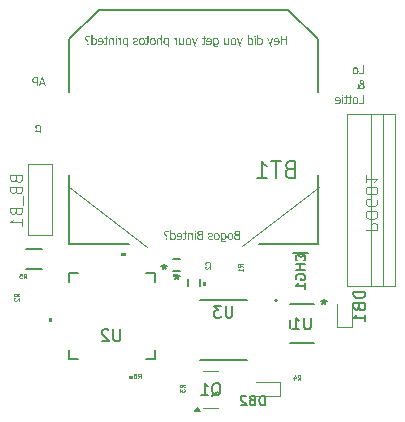
<source format=gbr>
%TF.GenerationSoftware,KiCad,Pcbnew,9.0.1*%
%TF.CreationDate,2025-06-29T22:28:52-07:00*%
%TF.ProjectId,Complete,436f6d70-6c65-4746-952e-6b696361645f,rev?*%
%TF.SameCoordinates,Original*%
%TF.FileFunction,Legend,Bot*%
%TF.FilePolarity,Positive*%
%FSLAX46Y46*%
G04 Gerber Fmt 4.6, Leading zero omitted, Abs format (unit mm)*
G04 Created by KiCad (PCBNEW 9.0.1) date 2025-06-29 22:28:52*
%MOMM*%
%LPD*%
G01*
G04 APERTURE LIST*
%ADD10C,0.100000*%
%ADD11C,0.093750*%
%ADD12C,0.150000*%
%ADD13C,0.098425*%
%ADD14C,0.050000*%
%ADD15C,0.120000*%
%ADD16C,0.152400*%
%ADD17C,0.000000*%
%ADD18C,0.127000*%
%ADD19C,0.200000*%
G04 APERTURE END LIST*
D10*
X215448434Y-84418577D02*
X222067634Y-89460877D01*
X236567634Y-84418577D02*
X230067634Y-89418577D01*
D11*
G36*
X229922651Y-88872500D02*
G01*
X229703886Y-88872500D01*
X229629647Y-88868595D01*
X229576803Y-88858486D01*
X229529522Y-88839763D01*
X229484571Y-88810859D01*
X229452103Y-88779280D01*
X229426685Y-88739601D01*
X229414957Y-88710011D01*
X229407688Y-88676940D01*
X229405469Y-88644300D01*
X229510720Y-88644300D01*
X229514353Y-88681597D01*
X229524047Y-88708689D01*
X229540654Y-88731570D01*
X229566041Y-88753019D01*
X229597137Y-88769001D01*
X229633681Y-88778573D01*
X229675632Y-88782863D01*
X229738690Y-88784572D01*
X229821214Y-88784572D01*
X229821214Y-88509066D01*
X229705901Y-88509066D01*
X229625209Y-88512592D01*
X229597694Y-88518393D01*
X229572727Y-88528621D01*
X229549369Y-88543136D01*
X229533278Y-88558553D01*
X229523039Y-88574966D01*
X229514079Y-88604418D01*
X229510720Y-88644300D01*
X229405469Y-88644300D01*
X229405161Y-88639767D01*
X229409598Y-88592458D01*
X229422210Y-88552440D01*
X229442576Y-88518271D01*
X229470312Y-88489721D01*
X229505061Y-88467422D01*
X229548135Y-88451318D01*
X229548135Y-88447242D01*
X229516565Y-88428227D01*
X229490541Y-88405718D01*
X229469458Y-88379556D01*
X229453725Y-88350042D01*
X229444252Y-88318086D01*
X229442400Y-88297995D01*
X229546578Y-88297995D01*
X229549215Y-88331632D01*
X229556332Y-88357300D01*
X229569267Y-88378856D01*
X229589122Y-88396089D01*
X229613424Y-88409077D01*
X229635742Y-88416284D01*
X229661410Y-88419694D01*
X229705901Y-88421139D01*
X229821214Y-88421139D01*
X229821214Y-88198389D01*
X229723852Y-88198389D01*
X229640321Y-88201458D01*
X229611254Y-88207282D01*
X229585504Y-88218310D01*
X229567735Y-88232310D01*
X229555829Y-88250276D01*
X229549020Y-88271623D01*
X229546578Y-88297995D01*
X229442400Y-88297995D01*
X229441019Y-88283019D01*
X229445973Y-88236964D01*
X229459979Y-88199076D01*
X229474710Y-88177202D01*
X229494449Y-88157990D01*
X229519925Y-88141282D01*
X229558328Y-88124849D01*
X229598098Y-88115866D01*
X229643948Y-88112049D01*
X229720280Y-88110462D01*
X229922651Y-88110462D01*
X229922651Y-88872500D01*
G37*
G36*
X229149573Y-88291533D02*
G01*
X229198388Y-88306510D01*
X229241195Y-88330912D01*
X229278995Y-88365314D01*
X229308488Y-88406449D01*
X229330417Y-88455931D01*
X229344418Y-88515424D01*
X229349428Y-88587010D01*
X229344626Y-88656405D01*
X229331118Y-88714958D01*
X229309826Y-88764465D01*
X229281055Y-88806371D01*
X229244128Y-88841365D01*
X229201385Y-88866315D01*
X229151671Y-88881740D01*
X229093294Y-88887154D01*
X229036663Y-88881959D01*
X228987798Y-88867081D01*
X228945197Y-88842912D01*
X228907822Y-88808935D01*
X228878727Y-88768232D01*
X228857019Y-88718910D01*
X228843112Y-88659228D01*
X228838121Y-88587010D01*
X228937543Y-88587010D01*
X228940625Y-88642417D01*
X228949035Y-88686619D01*
X228961781Y-88721598D01*
X228978255Y-88749035D01*
X229000581Y-88772488D01*
X229026635Y-88789079D01*
X229057155Y-88799300D01*
X229093294Y-88802890D01*
X229129882Y-88799230D01*
X229160698Y-88788818D01*
X229186932Y-88771922D01*
X229209340Y-88748027D01*
X229225911Y-88720082D01*
X229238652Y-88684991D01*
X229247007Y-88641232D01*
X229250052Y-88587010D01*
X229246946Y-88530699D01*
X229238498Y-88486102D01*
X229225749Y-88451110D01*
X229209340Y-88423932D01*
X229187028Y-88400774D01*
X229160833Y-88384329D01*
X229129984Y-88374161D01*
X229093294Y-88370580D01*
X229056848Y-88374157D01*
X229026208Y-88384318D01*
X229000189Y-88400759D01*
X228978026Y-88423932D01*
X228961716Y-88451094D01*
X228949038Y-88486080D01*
X228940633Y-88530681D01*
X228937543Y-88587010D01*
X228838121Y-88587010D01*
X228843097Y-88515087D01*
X228856983Y-88455469D01*
X228878691Y-88406035D01*
X228907822Y-88365085D01*
X228945232Y-88330844D01*
X228987845Y-88306511D01*
X229036698Y-88291542D01*
X229093294Y-88286317D01*
X229149573Y-88291533D01*
G37*
G36*
X228581075Y-88291277D02*
G01*
X228626042Y-88306284D01*
X228667096Y-88330385D01*
X228702383Y-88363024D01*
X228732283Y-88404777D01*
X228756193Y-88456401D01*
X228770918Y-88513831D01*
X228776160Y-88582431D01*
X228771922Y-88651395D01*
X228760200Y-88707791D01*
X228742121Y-88753759D01*
X228718274Y-88791075D01*
X228686745Y-88822922D01*
X228650933Y-88845296D01*
X228609974Y-88858955D01*
X228562523Y-88863707D01*
X228508917Y-88859327D01*
X228468780Y-88847587D01*
X228432138Y-88827769D01*
X228392393Y-88797624D01*
X228392393Y-88847541D01*
X228394161Y-88881678D01*
X228399079Y-88910189D01*
X228408249Y-88936242D01*
X228422114Y-88958595D01*
X228442351Y-88976781D01*
X228470566Y-88991202D01*
X228503473Y-88999762D01*
X228546129Y-89002925D01*
X228595313Y-88998758D01*
X228644497Y-88987813D01*
X228687545Y-88974532D01*
X228716213Y-88963358D01*
X228721342Y-88963358D01*
X228721342Y-89064612D01*
X228682549Y-89074671D01*
X228639643Y-89082655D01*
X228595990Y-89087726D01*
X228553822Y-89089387D01*
X228488275Y-89084441D01*
X228435613Y-89070795D01*
X228393368Y-89049638D01*
X228359649Y-89021289D01*
X228333750Y-88985835D01*
X228313920Y-88940137D01*
X228300873Y-88881780D01*
X228296085Y-88807790D01*
X228296085Y-88405156D01*
X228392393Y-88405156D01*
X228392393Y-88718214D01*
X228426055Y-88741741D01*
X228463880Y-88759522D01*
X228503604Y-88770729D01*
X228541000Y-88774314D01*
X228576090Y-88770863D01*
X228604173Y-88761259D01*
X228626750Y-88746009D01*
X228644772Y-88724763D01*
X228661383Y-88690130D01*
X228672577Y-88643102D01*
X228676783Y-88580187D01*
X228673706Y-88529391D01*
X228665195Y-88487836D01*
X228652075Y-88453957D01*
X228634789Y-88426451D01*
X228611843Y-88402991D01*
X228585491Y-88386455D01*
X228555054Y-88376319D01*
X228519476Y-88372779D01*
X228489327Y-88374628D01*
X228458797Y-88380243D01*
X228427998Y-88389788D01*
X228392393Y-88405156D01*
X228296085Y-88405156D01*
X228296085Y-88300971D01*
X228386760Y-88300971D01*
X228392393Y-88326800D01*
X228425567Y-88309379D01*
X228457743Y-88296850D01*
X228491948Y-88289136D01*
X228534863Y-88286317D01*
X228581075Y-88291277D01*
G37*
G36*
X227996991Y-88291533D02*
G01*
X228045806Y-88306510D01*
X228088613Y-88330912D01*
X228126413Y-88365314D01*
X228155906Y-88406449D01*
X228177835Y-88455931D01*
X228191836Y-88515424D01*
X228196846Y-88587010D01*
X228192044Y-88656405D01*
X228178536Y-88714958D01*
X228157244Y-88764465D01*
X228128473Y-88806371D01*
X228091546Y-88841365D01*
X228048803Y-88866315D01*
X227999089Y-88881740D01*
X227940712Y-88887154D01*
X227884081Y-88881959D01*
X227835216Y-88867081D01*
X227792615Y-88842912D01*
X227755240Y-88808935D01*
X227726145Y-88768232D01*
X227704437Y-88718910D01*
X227690530Y-88659228D01*
X227685539Y-88587010D01*
X227784961Y-88587010D01*
X227788043Y-88642417D01*
X227796453Y-88686619D01*
X227809199Y-88721598D01*
X227825673Y-88749035D01*
X227847999Y-88772488D01*
X227874053Y-88789079D01*
X227904573Y-88799300D01*
X227940712Y-88802890D01*
X227977300Y-88799230D01*
X228008116Y-88788818D01*
X228034350Y-88771922D01*
X228056758Y-88748027D01*
X228073329Y-88720082D01*
X228086070Y-88684991D01*
X228094425Y-88641232D01*
X228097470Y-88587010D01*
X228094364Y-88530699D01*
X228085916Y-88486102D01*
X228073167Y-88451110D01*
X228056758Y-88423932D01*
X228034446Y-88400774D01*
X228008251Y-88384329D01*
X227977402Y-88374161D01*
X227940712Y-88370580D01*
X227904266Y-88374157D01*
X227873626Y-88384318D01*
X227847607Y-88400759D01*
X227825444Y-88423932D01*
X227809134Y-88451094D01*
X227796456Y-88486080D01*
X227788051Y-88530681D01*
X227784961Y-88587010D01*
X227685539Y-88587010D01*
X227690515Y-88515087D01*
X227704401Y-88455469D01*
X227726109Y-88406035D01*
X227755240Y-88365085D01*
X227792650Y-88330844D01*
X227835263Y-88306511D01*
X227884116Y-88291542D01*
X227940712Y-88286317D01*
X227996991Y-88291533D01*
G37*
G36*
X227431603Y-88884223D02*
G01*
X227487747Y-88880323D01*
X227538948Y-88868973D01*
X227586437Y-88852438D01*
X227621654Y-88836367D01*
X227621654Y-88728885D01*
X227616571Y-88728885D01*
X227587628Y-88750180D01*
X227543298Y-88774497D01*
X227489259Y-88794281D01*
X227459325Y-88800721D01*
X227428031Y-88802890D01*
X227378846Y-88797532D01*
X227354593Y-88790968D01*
X227339874Y-88784023D01*
X227323923Y-88771381D01*
X227314046Y-88759018D01*
X227308365Y-88743837D01*
X227306077Y-88719222D01*
X227308406Y-88697220D01*
X227314778Y-88680460D01*
X227324808Y-88667702D01*
X227347891Y-88653032D01*
X227391120Y-88638622D01*
X227439296Y-88627906D01*
X227494114Y-88614625D01*
X227535969Y-88598686D01*
X227567039Y-88579097D01*
X227589414Y-88556144D01*
X227605669Y-88528449D01*
X227615624Y-88496867D01*
X227619090Y-88460431D01*
X227615327Y-88423124D01*
X227604431Y-88390336D01*
X227586445Y-88361106D01*
X227560700Y-88334814D01*
X227530433Y-88314315D01*
X227495129Y-88299217D01*
X227453856Y-88289688D01*
X227405454Y-88286317D01*
X227357927Y-88289220D01*
X227309695Y-88298040D01*
X227263854Y-88311842D01*
X227228729Y-88327578D01*
X227228729Y-88429931D01*
X227233812Y-88429931D01*
X227272677Y-88404199D01*
X227316061Y-88384365D01*
X227361851Y-88371781D01*
X227407514Y-88367650D01*
X227452532Y-88372907D01*
X227487931Y-88387571D01*
X227506165Y-88403111D01*
X227516936Y-88422720D01*
X227520721Y-88447746D01*
X227518287Y-88470719D01*
X227511656Y-88488035D01*
X227501258Y-88501052D01*
X227478067Y-88516026D01*
X227438747Y-88529857D01*
X227390891Y-88540848D01*
X227335295Y-88553350D01*
X227294511Y-88567074D01*
X227263236Y-88584722D01*
X227239719Y-88605969D01*
X227222516Y-88632188D01*
X227211631Y-88664949D01*
X227207708Y-88706033D01*
X227211379Y-88741932D01*
X227222317Y-88775734D01*
X227240268Y-88806240D01*
X227265090Y-88832154D01*
X227297710Y-88854548D01*
X227334516Y-88870942D01*
X227375832Y-88880582D01*
X227431603Y-88884223D01*
G37*
G36*
X226782909Y-88872500D02*
G01*
X226564144Y-88872500D01*
X226489906Y-88868595D01*
X226437061Y-88858486D01*
X226389780Y-88839763D01*
X226344829Y-88810859D01*
X226312361Y-88779280D01*
X226286943Y-88739601D01*
X226275215Y-88710011D01*
X226267946Y-88676940D01*
X226265728Y-88644300D01*
X226370978Y-88644300D01*
X226374611Y-88681597D01*
X226384305Y-88708689D01*
X226400912Y-88731570D01*
X226426299Y-88753019D01*
X226457395Y-88769001D01*
X226493939Y-88778573D01*
X226535890Y-88782863D01*
X226598948Y-88784572D01*
X226681472Y-88784572D01*
X226681472Y-88509066D01*
X226566159Y-88509066D01*
X226485467Y-88512592D01*
X226457952Y-88518393D01*
X226432985Y-88528621D01*
X226409627Y-88543136D01*
X226393537Y-88558553D01*
X226383297Y-88574966D01*
X226374337Y-88604418D01*
X226370978Y-88644300D01*
X226265728Y-88644300D01*
X226265420Y-88639767D01*
X226269857Y-88592458D01*
X226282468Y-88552440D01*
X226302834Y-88518271D01*
X226330570Y-88489721D01*
X226365319Y-88467422D01*
X226408393Y-88451318D01*
X226408393Y-88447242D01*
X226376824Y-88428227D01*
X226350800Y-88405718D01*
X226329716Y-88379556D01*
X226313983Y-88350042D01*
X226304510Y-88318086D01*
X226302658Y-88297995D01*
X226406836Y-88297995D01*
X226409473Y-88331632D01*
X226416591Y-88357300D01*
X226429525Y-88378856D01*
X226449380Y-88396089D01*
X226473682Y-88409077D01*
X226496000Y-88416284D01*
X226521669Y-88419694D01*
X226566159Y-88421139D01*
X226681472Y-88421139D01*
X226681472Y-88198389D01*
X226584111Y-88198389D01*
X226500580Y-88201458D01*
X226471513Y-88207282D01*
X226445762Y-88218310D01*
X226427993Y-88232310D01*
X226416087Y-88250276D01*
X226409278Y-88271623D01*
X226406836Y-88297995D01*
X226302658Y-88297995D01*
X226301277Y-88283019D01*
X226306231Y-88236964D01*
X226320237Y-88199076D01*
X226334968Y-88177202D01*
X226354708Y-88157990D01*
X226380183Y-88141282D01*
X226418586Y-88124849D01*
X226458356Y-88115866D01*
X226504206Y-88112049D01*
X226580539Y-88110462D01*
X226782909Y-88110462D01*
X226782909Y-88872500D01*
G37*
G36*
X226070834Y-88872500D02*
G01*
X226167188Y-88872500D01*
X226167188Y-88300971D01*
X226070834Y-88300971D01*
X226070834Y-88872500D01*
G37*
G36*
X226064194Y-88204251D02*
G01*
X226173828Y-88204251D01*
X226173828Y-88104600D01*
X226064194Y-88104600D01*
X226064194Y-88204251D01*
G37*
G36*
X225477599Y-88872500D02*
G01*
X225573907Y-88872500D01*
X225573907Y-88547855D01*
X225577754Y-88474628D01*
X225583712Y-88442673D01*
X225592363Y-88420269D01*
X225606529Y-88401503D01*
X225625152Y-88388395D01*
X225648363Y-88380841D01*
X225682534Y-88377908D01*
X225718164Y-88382486D01*
X225756585Y-88397050D01*
X225793788Y-88418734D01*
X225831095Y-88446830D01*
X225831095Y-88872500D01*
X225927403Y-88872500D01*
X225927403Y-88300971D01*
X225831095Y-88300971D01*
X225831095Y-88365451D01*
X225787159Y-88330840D01*
X225746052Y-88306741D01*
X225702892Y-88291421D01*
X225657438Y-88286317D01*
X225615958Y-88290066D01*
X225580861Y-88300707D01*
X225550917Y-88317835D01*
X225525272Y-88341729D01*
X225505553Y-88370419D01*
X225490685Y-88405763D01*
X225481072Y-88449152D01*
X225477599Y-88502288D01*
X225477599Y-88872500D01*
G37*
G36*
X225168800Y-88884223D02*
G01*
X225207991Y-88881118D01*
X225240831Y-88872380D01*
X225268467Y-88858523D01*
X225291761Y-88839573D01*
X225309772Y-88816145D01*
X225323500Y-88785940D01*
X225332511Y-88747356D01*
X225335816Y-88698385D01*
X225335816Y-88382304D01*
X225400891Y-88382304D01*
X225400891Y-88300971D01*
X225335816Y-88300971D01*
X225335816Y-88136840D01*
X225239508Y-88136840D01*
X225239508Y-88300971D01*
X225062233Y-88300971D01*
X225062233Y-88382304D01*
X225239508Y-88382304D01*
X225239508Y-88653414D01*
X225237997Y-88720321D01*
X225234243Y-88743126D01*
X225226181Y-88764239D01*
X225214923Y-88779739D01*
X225198017Y-88791029D01*
X225176621Y-88797457D01*
X225145215Y-88799959D01*
X225121999Y-88798234D01*
X225099648Y-88793090D01*
X225067866Y-88781641D01*
X225062233Y-88781641D01*
X225062233Y-88867874D01*
X225117325Y-88879873D01*
X225168800Y-88884223D01*
G37*
G36*
X224823269Y-88291720D02*
G01*
X224873537Y-88307266D01*
X224917839Y-88332664D01*
X224957178Y-88368565D01*
X224988226Y-88411483D01*
X225011011Y-88461685D01*
X225025369Y-88520554D01*
X225030451Y-88589849D01*
X225025118Y-88660270D01*
X225010196Y-88718681D01*
X224986718Y-88767241D01*
X224954889Y-88807607D01*
X224914944Y-88840065D01*
X224867342Y-88863846D01*
X224810548Y-88878874D01*
X224742535Y-88884223D01*
X224684878Y-88880102D01*
X224633908Y-88868332D01*
X224588799Y-88852716D01*
X224546805Y-88836046D01*
X224546805Y-88731816D01*
X224552438Y-88731816D01*
X224582159Y-88752240D01*
X224626214Y-88774726D01*
X224651756Y-88784638D01*
X224681306Y-88792907D01*
X224712031Y-88798189D01*
X224743542Y-88799959D01*
X224787410Y-88796370D01*
X224824393Y-88786232D01*
X224855745Y-88770074D01*
X224882394Y-88747844D01*
X224903382Y-88720480D01*
X224918994Y-88687106D01*
X224928993Y-88646475D01*
X224932586Y-88596994D01*
X224536043Y-88596994D01*
X224536043Y-88544970D01*
X224537535Y-88522988D01*
X224629786Y-88522988D01*
X224932586Y-88522988D01*
X224927276Y-88487973D01*
X224918252Y-88459149D01*
X224904518Y-88433054D01*
X224885463Y-88409140D01*
X224862031Y-88389570D01*
X224836553Y-88375526D01*
X224807889Y-88367076D01*
X224771203Y-88363986D01*
X224734126Y-88367042D01*
X224705898Y-88375297D01*
X224681727Y-88389226D01*
X224662576Y-88408087D01*
X224649269Y-88429269D01*
X224639037Y-88455806D01*
X224632801Y-88485457D01*
X224629786Y-88522988D01*
X224537535Y-88522988D01*
X224540486Y-88479526D01*
X224552438Y-88429428D01*
X224572731Y-88385320D01*
X224599561Y-88349560D01*
X224632962Y-88321175D01*
X224671277Y-88301612D01*
X224714166Y-88290334D01*
X224765570Y-88286317D01*
X224823269Y-88291720D01*
G37*
G36*
X224094207Y-88325243D02*
G01*
X224129552Y-88307512D01*
X224161344Y-88295796D01*
X224194667Y-88288850D01*
X224236128Y-88286317D01*
X224283670Y-88291594D01*
X224329139Y-88307474D01*
X224370247Y-88332679D01*
X224404701Y-88365818D01*
X224435039Y-88409581D01*
X224458511Y-88461393D01*
X224468952Y-88498408D01*
X224475613Y-88541342D01*
X224477974Y-88591086D01*
X224473911Y-88660648D01*
X224462633Y-88718214D01*
X224443495Y-88770260D01*
X224419035Y-88811225D01*
X224388166Y-88844123D01*
X224351670Y-88867783D01*
X224310520Y-88882247D01*
X224265345Y-88887154D01*
X224237074Y-88885712D01*
X224214100Y-88881750D01*
X224171602Y-88866683D01*
X224133179Y-88844152D01*
X224094207Y-88812874D01*
X224094207Y-88872500D01*
X223997899Y-88872500D01*
X223997899Y-88405156D01*
X224094207Y-88405156D01*
X224094207Y-88731907D01*
X224129461Y-88758330D01*
X224166473Y-88778390D01*
X224205259Y-88791379D01*
X224242814Y-88795563D01*
X224277369Y-88791946D01*
X224305268Y-88781812D01*
X224327963Y-88765543D01*
X224346312Y-88742578D01*
X224363063Y-88705714D01*
X224374359Y-88655937D01*
X224378598Y-88589712D01*
X224375496Y-88536822D01*
X224366943Y-88493767D01*
X224353813Y-88458880D01*
X224336603Y-88430756D01*
X224313576Y-88406679D01*
X224287043Y-88389728D01*
X224256312Y-88379341D01*
X224220283Y-88375710D01*
X224187651Y-88377368D01*
X224158550Y-88382121D01*
X224129547Y-88390600D01*
X224094207Y-88405156D01*
X223997899Y-88405156D01*
X223997899Y-88075291D01*
X224094207Y-88075291D01*
X224094207Y-88325243D01*
G37*
G36*
X223460626Y-88289889D02*
G01*
X223464966Y-88338108D01*
X223477296Y-88379007D01*
X223496803Y-88415904D01*
X223521580Y-88447700D01*
X223550869Y-88475978D01*
X223584366Y-88502380D01*
X223658371Y-88550877D01*
X223658371Y-88667336D01*
X223750100Y-88667336D01*
X223750100Y-88511539D01*
X223683238Y-88470003D01*
X223647627Y-88445398D01*
X223623567Y-88424894D01*
X223598692Y-88397336D01*
X223580519Y-88368062D01*
X223569103Y-88335661D01*
X223565132Y-88297949D01*
X223569571Y-88261290D01*
X223581828Y-88233362D01*
X223601539Y-88212036D01*
X223627172Y-88196774D01*
X223658297Y-88187166D01*
X223696290Y-88183735D01*
X223746383Y-88188086D01*
X223792873Y-88200908D01*
X223835675Y-88219224D01*
X223866375Y-88236491D01*
X223872053Y-88236491D01*
X223872053Y-88131757D01*
X223835289Y-88119187D01*
X223785454Y-88106844D01*
X223733757Y-88098472D01*
X223686581Y-88095807D01*
X223634050Y-88099555D01*
X223589847Y-88110090D01*
X223552562Y-88126707D01*
X223521076Y-88149205D01*
X223494724Y-88177876D01*
X223476057Y-88210317D01*
X223464611Y-88247285D01*
X223460626Y-88289889D01*
G37*
G36*
X223650174Y-88872500D02*
G01*
X223754725Y-88872500D01*
X223754725Y-88764056D01*
X223650174Y-88764056D01*
X223650174Y-88872500D01*
G37*
G36*
X233368800Y-72372500D02*
G01*
X233470237Y-72372500D01*
X233470237Y-71999541D01*
X233821214Y-71999541D01*
X233821214Y-72372500D01*
X233922651Y-72372500D01*
X233922651Y-71610462D01*
X233821214Y-71610462D01*
X233821214Y-71909415D01*
X233470237Y-71909415D01*
X233470237Y-71610462D01*
X233368800Y-71610462D01*
X233368800Y-72372500D01*
G37*
G36*
X233054043Y-71791720D02*
G01*
X233104311Y-71807266D01*
X233148614Y-71832664D01*
X233187953Y-71868565D01*
X233219001Y-71911483D01*
X233241786Y-71961685D01*
X233256144Y-72020554D01*
X233261226Y-72089849D01*
X233255893Y-72160270D01*
X233240970Y-72218681D01*
X233217492Y-72267241D01*
X233185663Y-72307607D01*
X233145719Y-72340065D01*
X233098117Y-72363846D01*
X233041322Y-72378874D01*
X232973309Y-72384223D01*
X232915653Y-72380102D01*
X232864682Y-72368332D01*
X232819574Y-72352716D01*
X232777579Y-72336046D01*
X232777579Y-72231816D01*
X232783212Y-72231816D01*
X232812933Y-72252240D01*
X232856989Y-72274726D01*
X232882530Y-72284638D01*
X232912081Y-72292907D01*
X232942805Y-72298189D01*
X232974317Y-72299959D01*
X233018184Y-72296370D01*
X233055167Y-72286232D01*
X233086519Y-72270074D01*
X233113169Y-72247844D01*
X233134156Y-72220480D01*
X233149769Y-72187106D01*
X233159768Y-72146475D01*
X233163361Y-72096994D01*
X232766817Y-72096994D01*
X232766817Y-72044970D01*
X232768310Y-72022988D01*
X232860561Y-72022988D01*
X233163361Y-72022988D01*
X233158050Y-71987973D01*
X233149027Y-71959149D01*
X233135292Y-71933054D01*
X233116237Y-71909140D01*
X233092806Y-71889570D01*
X233067328Y-71875526D01*
X233038664Y-71867076D01*
X233001977Y-71863986D01*
X232964901Y-71867042D01*
X232936673Y-71875297D01*
X232912501Y-71889226D01*
X232893350Y-71908087D01*
X232880044Y-71929269D01*
X232869812Y-71955806D01*
X232863575Y-71985457D01*
X232860561Y-72022988D01*
X232768310Y-72022988D01*
X232771261Y-71979526D01*
X232783212Y-71929428D01*
X232803506Y-71885320D01*
X232830336Y-71849560D01*
X232863737Y-71821175D01*
X232902052Y-71801612D01*
X232944941Y-71790334D01*
X232996345Y-71786317D01*
X233054043Y-71791720D01*
G37*
G36*
X232219469Y-71800971D02*
G01*
X232527398Y-72583525D01*
X232630347Y-72583525D01*
X232527902Y-72345022D01*
X232735905Y-71800971D01*
X232631904Y-71800971D01*
X232475649Y-72224214D01*
X232319899Y-71800971D01*
X232219469Y-71800971D01*
G37*
G36*
X231475017Y-71825243D02*
G01*
X231510362Y-71807512D01*
X231542153Y-71795796D01*
X231575476Y-71788850D01*
X231616937Y-71786317D01*
X231664479Y-71791594D01*
X231709948Y-71807474D01*
X231751056Y-71832679D01*
X231785511Y-71865818D01*
X231815849Y-71909581D01*
X231839320Y-71961393D01*
X231849762Y-71998408D01*
X231856423Y-72041342D01*
X231858784Y-72091086D01*
X231854721Y-72160648D01*
X231843442Y-72218214D01*
X231824304Y-72270260D01*
X231799845Y-72311225D01*
X231768975Y-72344123D01*
X231732479Y-72367783D01*
X231691330Y-72382247D01*
X231646155Y-72387154D01*
X231617884Y-72385712D01*
X231594910Y-72381750D01*
X231552411Y-72366683D01*
X231513989Y-72344152D01*
X231475017Y-72312874D01*
X231475017Y-72372500D01*
X231378709Y-72372500D01*
X231378709Y-71905156D01*
X231475017Y-71905156D01*
X231475017Y-72231907D01*
X231510270Y-72258330D01*
X231547282Y-72278390D01*
X231586068Y-72291379D01*
X231623623Y-72295563D01*
X231658178Y-72291946D01*
X231686077Y-72281812D01*
X231708773Y-72265543D01*
X231727121Y-72242578D01*
X231743872Y-72205714D01*
X231755168Y-72155937D01*
X231759407Y-72089712D01*
X231756305Y-72036822D01*
X231747752Y-71993767D01*
X231734623Y-71958880D01*
X231717413Y-71930756D01*
X231694385Y-71906679D01*
X231667853Y-71889728D01*
X231637121Y-71879341D01*
X231601092Y-71875710D01*
X231568460Y-71877368D01*
X231539360Y-71882121D01*
X231510356Y-71890600D01*
X231475017Y-71905156D01*
X231378709Y-71905156D01*
X231378709Y-71575291D01*
X231475017Y-71575291D01*
X231475017Y-71825243D01*
G37*
G36*
X231140618Y-72372500D02*
G01*
X231236972Y-72372500D01*
X231236972Y-71800971D01*
X231140618Y-71800971D01*
X231140618Y-72372500D01*
G37*
G36*
X231133978Y-71704251D02*
G01*
X231243612Y-71704251D01*
X231243612Y-71604600D01*
X231133978Y-71604600D01*
X231133978Y-71704251D01*
G37*
G36*
X230655094Y-71825243D02*
G01*
X230690438Y-71807512D01*
X230722230Y-71795796D01*
X230755553Y-71788850D01*
X230797014Y-71786317D01*
X230844556Y-71791594D01*
X230890025Y-71807474D01*
X230931133Y-71832679D01*
X230965587Y-71865818D01*
X230995925Y-71909581D01*
X231019397Y-71961393D01*
X231029838Y-71998408D01*
X231036499Y-72041342D01*
X231038860Y-72091086D01*
X231034798Y-72160648D01*
X231023519Y-72218214D01*
X231004381Y-72270260D01*
X230979921Y-72311225D01*
X230949052Y-72344123D01*
X230912556Y-72367783D01*
X230871407Y-72382247D01*
X230826232Y-72387154D01*
X230797960Y-72385712D01*
X230774986Y-72381750D01*
X230732488Y-72366683D01*
X230694066Y-72344152D01*
X230655094Y-72312874D01*
X230655094Y-72372500D01*
X230558786Y-72372500D01*
X230558786Y-71905156D01*
X230655094Y-71905156D01*
X230655094Y-72231907D01*
X230690347Y-72258330D01*
X230727359Y-72278390D01*
X230766145Y-72291379D01*
X230803700Y-72295563D01*
X230838255Y-72291946D01*
X230866154Y-72281812D01*
X230888849Y-72265543D01*
X230907198Y-72242578D01*
X230923949Y-72205714D01*
X230935245Y-72155937D01*
X230939484Y-72089712D01*
X230936382Y-72036822D01*
X230927829Y-71993767D01*
X230914699Y-71958880D01*
X230897489Y-71930756D01*
X230874462Y-71906679D01*
X230847930Y-71889728D01*
X230817198Y-71879341D01*
X230781169Y-71875710D01*
X230748537Y-71877368D01*
X230719436Y-71882121D01*
X230690433Y-71890600D01*
X230655094Y-71905156D01*
X230558786Y-71905156D01*
X230558786Y-71575291D01*
X230655094Y-71575291D01*
X230655094Y-71825243D01*
G37*
G36*
X229641730Y-71800971D02*
G01*
X229949659Y-72583525D01*
X230052608Y-72583525D01*
X229950163Y-72345022D01*
X230158166Y-71800971D01*
X230054165Y-71800971D01*
X229897910Y-72224214D01*
X229742160Y-71800971D01*
X229641730Y-71800971D01*
G37*
G36*
X229413391Y-71791533D02*
G01*
X229462205Y-71806510D01*
X229505012Y-71830912D01*
X229542812Y-71865314D01*
X229572305Y-71906449D01*
X229594235Y-71955931D01*
X229608235Y-72015424D01*
X229613245Y-72087010D01*
X229608443Y-72156405D01*
X229594935Y-72214958D01*
X229573644Y-72264465D01*
X229544873Y-72306371D01*
X229507946Y-72341365D01*
X229465202Y-72366315D01*
X229415489Y-72381740D01*
X229357111Y-72387154D01*
X229300480Y-72381959D01*
X229251616Y-72367081D01*
X229209015Y-72342912D01*
X229171639Y-72308935D01*
X229142545Y-72268232D01*
X229120836Y-72218910D01*
X229106929Y-72159228D01*
X229101938Y-72087010D01*
X229201360Y-72087010D01*
X229204442Y-72142417D01*
X229212853Y-72186619D01*
X229225598Y-72221598D01*
X229242073Y-72249035D01*
X229264398Y-72272488D01*
X229290452Y-72289079D01*
X229320972Y-72299300D01*
X229357111Y-72302890D01*
X229393700Y-72299230D01*
X229424515Y-72288818D01*
X229450749Y-72271922D01*
X229473157Y-72248027D01*
X229489728Y-72220082D01*
X229502470Y-72184991D01*
X229510825Y-72141232D01*
X229513869Y-72087010D01*
X229510763Y-72030699D01*
X229502315Y-71986102D01*
X229489566Y-71951110D01*
X229473157Y-71923932D01*
X229450845Y-71900774D01*
X229424650Y-71884329D01*
X229393801Y-71874161D01*
X229357111Y-71870580D01*
X229320665Y-71874157D01*
X229290025Y-71884318D01*
X229264006Y-71900759D01*
X229241844Y-71923932D01*
X229225534Y-71951094D01*
X229212855Y-71986080D01*
X229204451Y-72030681D01*
X229201360Y-72087010D01*
X229101938Y-72087010D01*
X229106914Y-72015087D01*
X229120800Y-71955469D01*
X229142508Y-71906035D01*
X229171639Y-71865085D01*
X229209049Y-71830844D01*
X229251662Y-71806511D01*
X229300515Y-71791542D01*
X229357111Y-71786317D01*
X229413391Y-71791533D01*
G37*
G36*
X228561368Y-72372500D02*
G01*
X228657721Y-72372500D01*
X228657721Y-72307745D01*
X228702683Y-72343078D01*
X228742260Y-72366912D01*
X228783991Y-72381976D01*
X228831378Y-72387154D01*
X228867958Y-72384042D01*
X228901857Y-72374881D01*
X228932672Y-72359136D01*
X228959468Y-72336092D01*
X228980927Y-72306767D01*
X228997662Y-72269231D01*
X229007553Y-72226495D01*
X229011217Y-72171182D01*
X229011217Y-71800971D01*
X228914909Y-71800971D01*
X228914909Y-72125616D01*
X228911566Y-72200904D01*
X228905954Y-72229465D01*
X228896454Y-72253202D01*
X228882378Y-72272395D01*
X228864443Y-72285351D01*
X228841750Y-72292649D01*
X228806282Y-72295563D01*
X228770901Y-72290853D01*
X228730994Y-72275550D01*
X228692649Y-72253200D01*
X228657721Y-72226274D01*
X228657721Y-71800971D01*
X228561368Y-71800971D01*
X228561368Y-72372500D01*
G37*
G36*
X227938507Y-71791277D02*
G01*
X227983474Y-71806284D01*
X228024528Y-71830385D01*
X228059815Y-71863024D01*
X228089715Y-71904777D01*
X228113625Y-71956401D01*
X228128350Y-72013831D01*
X228133592Y-72082431D01*
X228129354Y-72151395D01*
X228117632Y-72207791D01*
X228099553Y-72253759D01*
X228075706Y-72291075D01*
X228044177Y-72322922D01*
X228008364Y-72345296D01*
X227967406Y-72358955D01*
X227919955Y-72363707D01*
X227866349Y-72359327D01*
X227826212Y-72347587D01*
X227789570Y-72327769D01*
X227749825Y-72297624D01*
X227749825Y-72347541D01*
X227751593Y-72381678D01*
X227756511Y-72410189D01*
X227765681Y-72436242D01*
X227779546Y-72458595D01*
X227799783Y-72476781D01*
X227827998Y-72491202D01*
X227860905Y-72499762D01*
X227903561Y-72502925D01*
X227952745Y-72498758D01*
X228001929Y-72487813D01*
X228044977Y-72474532D01*
X228073645Y-72463358D01*
X228078774Y-72463358D01*
X228078774Y-72564612D01*
X228039981Y-72574671D01*
X227997075Y-72582655D01*
X227953422Y-72587726D01*
X227911254Y-72589387D01*
X227845707Y-72584441D01*
X227793045Y-72570795D01*
X227750800Y-72549638D01*
X227717081Y-72521289D01*
X227691182Y-72485835D01*
X227671352Y-72440137D01*
X227658305Y-72381780D01*
X227653517Y-72307790D01*
X227653517Y-71905156D01*
X227749825Y-71905156D01*
X227749825Y-72218214D01*
X227783487Y-72241741D01*
X227821312Y-72259522D01*
X227861036Y-72270729D01*
X227898432Y-72274314D01*
X227933522Y-72270863D01*
X227961605Y-72261259D01*
X227984182Y-72246009D01*
X228002204Y-72224763D01*
X228018815Y-72190130D01*
X228030009Y-72143102D01*
X228034215Y-72080187D01*
X228031138Y-72029391D01*
X228022627Y-71987836D01*
X228009507Y-71953957D01*
X227992221Y-71926451D01*
X227969275Y-71902991D01*
X227942923Y-71886455D01*
X227912486Y-71876319D01*
X227876908Y-71872779D01*
X227846759Y-71874628D01*
X227816229Y-71880243D01*
X227785430Y-71889788D01*
X227749825Y-71905156D01*
X227653517Y-71905156D01*
X227653517Y-71800971D01*
X227744192Y-71800971D01*
X227749825Y-71826800D01*
X227782999Y-71809379D01*
X227815175Y-71796850D01*
X227849380Y-71789136D01*
X227892295Y-71786317D01*
X227938507Y-71791277D01*
G37*
G36*
X227346088Y-71791720D02*
G01*
X227396356Y-71807266D01*
X227440658Y-71832664D01*
X227479998Y-71868565D01*
X227511045Y-71911483D01*
X227533830Y-71961685D01*
X227548188Y-72020554D01*
X227553271Y-72089849D01*
X227547938Y-72160270D01*
X227533015Y-72218681D01*
X227509537Y-72267241D01*
X227477708Y-72307607D01*
X227437764Y-72340065D01*
X227390161Y-72363846D01*
X227333367Y-72378874D01*
X227265354Y-72384223D01*
X227207698Y-72380102D01*
X227156727Y-72368332D01*
X227111618Y-72352716D01*
X227069624Y-72336046D01*
X227069624Y-72231816D01*
X227075257Y-72231816D01*
X227104978Y-72252240D01*
X227149033Y-72274726D01*
X227174575Y-72284638D01*
X227204125Y-72292907D01*
X227234850Y-72298189D01*
X227266362Y-72299959D01*
X227310229Y-72296370D01*
X227347212Y-72286232D01*
X227378564Y-72270074D01*
X227405214Y-72247844D01*
X227426201Y-72220480D01*
X227441814Y-72187106D01*
X227451812Y-72146475D01*
X227455406Y-72096994D01*
X227058862Y-72096994D01*
X227058862Y-72044970D01*
X227060355Y-72022988D01*
X227152605Y-72022988D01*
X227455406Y-72022988D01*
X227450095Y-71987973D01*
X227441072Y-71959149D01*
X227427337Y-71933054D01*
X227408282Y-71909140D01*
X227384851Y-71889570D01*
X227359372Y-71875526D01*
X227330709Y-71867076D01*
X227294022Y-71863986D01*
X227256946Y-71867042D01*
X227228718Y-71875297D01*
X227204546Y-71889226D01*
X227185395Y-71908087D01*
X227172089Y-71929269D01*
X227161856Y-71955806D01*
X227155620Y-71985457D01*
X227152605Y-72022988D01*
X227060355Y-72022988D01*
X227063306Y-71979526D01*
X227075257Y-71929428D01*
X227095551Y-71885320D01*
X227122380Y-71849560D01*
X227155782Y-71821175D01*
X227194096Y-71801612D01*
X227236986Y-71790334D01*
X227288389Y-71786317D01*
X227346088Y-71791720D01*
G37*
G36*
X226788165Y-72384223D02*
G01*
X226827356Y-72381118D01*
X226860196Y-72372380D01*
X226887832Y-72358523D01*
X226911126Y-72339573D01*
X226929137Y-72316145D01*
X226942865Y-72285940D01*
X226951876Y-72247356D01*
X226955181Y-72198385D01*
X226955181Y-71882304D01*
X227020256Y-71882304D01*
X227020256Y-71800971D01*
X226955181Y-71800971D01*
X226955181Y-71636840D01*
X226858873Y-71636840D01*
X226858873Y-71800971D01*
X226681598Y-71800971D01*
X226681598Y-71882304D01*
X226858873Y-71882304D01*
X226858873Y-72153414D01*
X226857362Y-72220321D01*
X226853608Y-72243126D01*
X226845546Y-72264239D01*
X226834288Y-72279739D01*
X226817382Y-72291029D01*
X226795986Y-72297457D01*
X226764580Y-72299959D01*
X226741364Y-72298234D01*
X226719013Y-72293090D01*
X226687231Y-72281641D01*
X226681598Y-72281641D01*
X226681598Y-72367874D01*
X226736690Y-72379873D01*
X226788165Y-72384223D01*
G37*
G36*
X225833007Y-71800971D02*
G01*
X226140936Y-72583525D01*
X226243885Y-72583525D01*
X226141440Y-72345022D01*
X226349443Y-71800971D01*
X226245442Y-71800971D01*
X226089187Y-72224214D01*
X225933437Y-71800971D01*
X225833007Y-71800971D01*
G37*
G36*
X225604668Y-71791533D02*
G01*
X225653482Y-71806510D01*
X225696289Y-71830912D01*
X225734089Y-71865314D01*
X225763582Y-71906449D01*
X225785512Y-71955931D01*
X225799512Y-72015424D01*
X225804522Y-72087010D01*
X225799720Y-72156405D01*
X225786212Y-72214958D01*
X225764921Y-72264465D01*
X225736150Y-72306371D01*
X225699223Y-72341365D01*
X225656480Y-72366315D01*
X225606766Y-72381740D01*
X225548388Y-72387154D01*
X225491758Y-72381959D01*
X225442893Y-72367081D01*
X225400292Y-72342912D01*
X225362916Y-72308935D01*
X225333822Y-72268232D01*
X225312113Y-72218910D01*
X225298206Y-72159228D01*
X225293215Y-72087010D01*
X225392637Y-72087010D01*
X225395719Y-72142417D01*
X225404130Y-72186619D01*
X225416875Y-72221598D01*
X225433350Y-72249035D01*
X225455675Y-72272488D01*
X225481729Y-72289079D01*
X225512249Y-72299300D01*
X225548388Y-72302890D01*
X225584977Y-72299230D01*
X225615792Y-72288818D01*
X225642026Y-72271922D01*
X225664434Y-72248027D01*
X225681005Y-72220082D01*
X225693747Y-72184991D01*
X225702102Y-72141232D01*
X225705146Y-72087010D01*
X225702040Y-72030699D01*
X225693592Y-71986102D01*
X225680843Y-71951110D01*
X225664434Y-71923932D01*
X225642122Y-71900774D01*
X225615927Y-71884329D01*
X225585078Y-71874161D01*
X225548388Y-71870580D01*
X225511942Y-71874157D01*
X225481302Y-71884318D01*
X225455283Y-71900759D01*
X225433121Y-71923932D01*
X225416811Y-71951094D01*
X225404132Y-71986080D01*
X225395728Y-72030681D01*
X225392637Y-72087010D01*
X225293215Y-72087010D01*
X225298191Y-72015087D01*
X225312077Y-71955469D01*
X225333785Y-71906035D01*
X225362916Y-71865085D01*
X225400326Y-71830844D01*
X225442939Y-71806511D01*
X225491792Y-71791542D01*
X225548388Y-71786317D01*
X225604668Y-71791533D01*
G37*
G36*
X224752645Y-72372500D02*
G01*
X224848999Y-72372500D01*
X224848999Y-72307745D01*
X224893960Y-72343078D01*
X224933537Y-72366912D01*
X224975268Y-72381976D01*
X225022655Y-72387154D01*
X225059235Y-72384042D01*
X225093135Y-72374881D01*
X225123949Y-72359136D01*
X225150745Y-72336092D01*
X225172204Y-72306767D01*
X225188939Y-72269231D01*
X225198830Y-72226495D01*
X225202494Y-72171182D01*
X225202494Y-71800971D01*
X225106186Y-71800971D01*
X225106186Y-72125616D01*
X225102843Y-72200904D01*
X225097231Y-72229465D01*
X225087731Y-72253202D01*
X225073655Y-72272395D01*
X225055720Y-72285351D01*
X225033027Y-72292649D01*
X224997559Y-72295563D01*
X224962178Y-72290853D01*
X224922271Y-72275550D01*
X224883926Y-72253200D01*
X224848999Y-72226274D01*
X224848999Y-71800971D01*
X224752645Y-71800971D01*
X224752645Y-72372500D01*
G37*
G36*
X224309619Y-71906484D02*
G01*
X224314748Y-71906484D01*
X224337554Y-71901630D01*
X224366497Y-71900622D01*
X224404983Y-71904760D01*
X224443891Y-71917475D01*
X224480703Y-71938017D01*
X224516615Y-71967530D01*
X224516615Y-72372500D01*
X224612923Y-72372500D01*
X224612923Y-71800971D01*
X224516615Y-71800971D01*
X224516615Y-71885922D01*
X224464368Y-71844153D01*
X224424657Y-71820160D01*
X224385237Y-71805568D01*
X224348591Y-71800971D01*
X224326288Y-71801750D01*
X224309619Y-71804085D01*
X224309619Y-71906484D01*
G37*
G36*
X223685879Y-71791830D02*
G01*
X223731359Y-71808070D01*
X223773225Y-71832443D01*
X223810997Y-71861971D01*
X223810997Y-71800971D01*
X223907305Y-71800971D01*
X223907305Y-72583525D01*
X223810997Y-72583525D01*
X223810997Y-72344381D01*
X223776416Y-72362421D01*
X223743907Y-72374515D01*
X223709737Y-72381657D01*
X223668573Y-72384223D01*
X223618349Y-72378886D01*
X223573557Y-72363300D01*
X223532934Y-72337292D01*
X223495695Y-72299639D01*
X223466918Y-72255933D01*
X223445599Y-72204517D01*
X223432078Y-72143959D01*
X223427999Y-72083255D01*
X223526653Y-72083255D01*
X223529743Y-72136886D01*
X223538240Y-72180283D01*
X223551232Y-72215203D01*
X223568189Y-72243127D01*
X223590929Y-72266959D01*
X223617336Y-72283787D01*
X223648135Y-72294134D01*
X223684464Y-72297761D01*
X223718248Y-72296000D01*
X223746196Y-72291121D01*
X223774064Y-72282218D01*
X223810997Y-72266071D01*
X223810997Y-71942754D01*
X223775492Y-71916632D01*
X223738548Y-71896043D01*
X223699507Y-71882407D01*
X223659368Y-71877908D01*
X223625426Y-71881568D01*
X223598074Y-71891830D01*
X223575851Y-71908357D01*
X223557931Y-71931809D01*
X223541634Y-71969122D01*
X223530720Y-72018557D01*
X223526653Y-72083255D01*
X223427999Y-72083255D01*
X223427276Y-72072493D01*
X223431202Y-72006427D01*
X223442208Y-71950671D01*
X223459419Y-71903638D01*
X223482368Y-71863986D01*
X223512867Y-71829769D01*
X223547908Y-71805905D01*
X223588380Y-71791379D01*
X223635783Y-71786317D01*
X223685879Y-71791830D01*
G37*
G36*
X222877180Y-72372500D02*
G01*
X222973488Y-72372500D01*
X222973488Y-72047855D01*
X222977335Y-71974628D01*
X222983293Y-71942673D01*
X222991944Y-71920269D01*
X223006110Y-71901503D01*
X223024733Y-71888395D01*
X223047944Y-71880841D01*
X223082115Y-71877908D01*
X223117745Y-71882486D01*
X223156167Y-71897050D01*
X223193369Y-71918734D01*
X223230676Y-71946830D01*
X223230676Y-72372500D01*
X223326984Y-72372500D01*
X223326984Y-71575291D01*
X223230676Y-71575291D01*
X223230676Y-71865451D01*
X223186741Y-71830840D01*
X223145634Y-71806741D01*
X223102474Y-71791421D01*
X223057019Y-71786317D01*
X223015539Y-71790066D01*
X222980442Y-71800707D01*
X222950499Y-71817835D01*
X222924853Y-71841729D01*
X222905135Y-71870419D01*
X222890266Y-71905763D01*
X222880653Y-71949152D01*
X222877180Y-72002288D01*
X222877180Y-72372500D01*
G37*
G36*
X222582162Y-71791533D02*
G01*
X222630977Y-71806510D01*
X222673783Y-71830912D01*
X222711584Y-71865314D01*
X222741077Y-71906449D01*
X222763006Y-71955931D01*
X222777007Y-72015424D01*
X222782017Y-72087010D01*
X222777214Y-72156405D01*
X222763707Y-72214958D01*
X222742415Y-72264465D01*
X222713644Y-72306371D01*
X222676717Y-72341365D01*
X222633974Y-72366315D01*
X222584260Y-72381740D01*
X222525883Y-72387154D01*
X222469252Y-72381959D01*
X222420387Y-72367081D01*
X222377786Y-72342912D01*
X222340411Y-72308935D01*
X222311316Y-72268232D01*
X222289608Y-72218910D01*
X222275701Y-72159228D01*
X222270710Y-72087010D01*
X222370132Y-72087010D01*
X222373213Y-72142417D01*
X222381624Y-72186619D01*
X222394370Y-72221598D01*
X222410844Y-72249035D01*
X222433170Y-72272488D01*
X222459224Y-72289079D01*
X222489743Y-72299300D01*
X222525883Y-72302890D01*
X222562471Y-72299230D01*
X222593287Y-72288818D01*
X222619521Y-72271922D01*
X222641929Y-72248027D01*
X222658500Y-72220082D01*
X222671241Y-72184991D01*
X222679596Y-72141232D01*
X222682641Y-72087010D01*
X222679535Y-72030699D01*
X222671087Y-71986102D01*
X222658338Y-71951110D01*
X222641929Y-71923932D01*
X222619617Y-71900774D01*
X222593422Y-71884329D01*
X222562573Y-71874161D01*
X222525883Y-71870580D01*
X222489437Y-71874157D01*
X222458797Y-71884318D01*
X222432778Y-71900759D01*
X222410615Y-71923932D01*
X222394305Y-71951094D01*
X222381627Y-71986080D01*
X222373222Y-72030681D01*
X222370132Y-72087010D01*
X222270710Y-72087010D01*
X222275686Y-72015087D01*
X222289572Y-71955469D01*
X222311280Y-71906035D01*
X222340411Y-71865085D01*
X222377821Y-71830844D01*
X222420434Y-71806511D01*
X222469286Y-71791542D01*
X222525883Y-71786317D01*
X222582162Y-71791533D01*
G37*
G36*
X221998318Y-72384223D02*
G01*
X222037509Y-72381118D01*
X222070350Y-72372380D01*
X222097985Y-72358523D01*
X222121279Y-72339573D01*
X222139290Y-72316145D01*
X222153019Y-72285940D01*
X222162030Y-72247356D01*
X222165334Y-72198385D01*
X222165334Y-71882304D01*
X222230410Y-71882304D01*
X222230410Y-71800971D01*
X222165334Y-71800971D01*
X222165334Y-71636840D01*
X222069026Y-71636840D01*
X222069026Y-71800971D01*
X221891752Y-71800971D01*
X221891752Y-71882304D01*
X222069026Y-71882304D01*
X222069026Y-72153414D01*
X222067515Y-72220321D01*
X222063762Y-72243126D01*
X222055700Y-72264239D01*
X222044442Y-72279739D01*
X222027536Y-72291029D01*
X222006140Y-72297457D01*
X221974733Y-72299959D01*
X221951518Y-72298234D01*
X221929167Y-72293090D01*
X221897385Y-72281641D01*
X221891752Y-72281641D01*
X221891752Y-72367874D01*
X221946844Y-72379873D01*
X221998318Y-72384223D01*
G37*
G36*
X221661123Y-71791533D02*
G01*
X221709937Y-71806510D01*
X221752744Y-71830912D01*
X221790544Y-71865314D01*
X221820037Y-71906449D01*
X221841967Y-71955931D01*
X221855967Y-72015424D01*
X221860977Y-72087010D01*
X221856175Y-72156405D01*
X221842667Y-72214958D01*
X221821376Y-72264465D01*
X221792605Y-72306371D01*
X221755678Y-72341365D01*
X221712935Y-72366315D01*
X221663221Y-72381740D01*
X221604843Y-72387154D01*
X221548213Y-72381959D01*
X221499348Y-72367081D01*
X221456747Y-72342912D01*
X221419371Y-72308935D01*
X221390277Y-72268232D01*
X221368568Y-72218910D01*
X221354661Y-72159228D01*
X221349670Y-72087010D01*
X221449092Y-72087010D01*
X221452174Y-72142417D01*
X221460585Y-72186619D01*
X221473330Y-72221598D01*
X221489805Y-72249035D01*
X221512130Y-72272488D01*
X221538184Y-72289079D01*
X221568704Y-72299300D01*
X221604843Y-72302890D01*
X221641432Y-72299230D01*
X221672247Y-72288818D01*
X221698481Y-72271922D01*
X221720889Y-72248027D01*
X221737460Y-72220082D01*
X221750202Y-72184991D01*
X221758557Y-72141232D01*
X221761601Y-72087010D01*
X221758495Y-72030699D01*
X221750047Y-71986102D01*
X221737298Y-71951110D01*
X221720889Y-71923932D01*
X221698577Y-71900774D01*
X221672382Y-71884329D01*
X221641533Y-71874161D01*
X221604843Y-71870580D01*
X221568397Y-71874157D01*
X221537757Y-71884318D01*
X221511738Y-71900759D01*
X221489576Y-71923932D01*
X221473266Y-71951094D01*
X221460587Y-71986080D01*
X221452183Y-72030681D01*
X221449092Y-72087010D01*
X221349670Y-72087010D01*
X221354646Y-72015087D01*
X221368532Y-71955469D01*
X221390240Y-71906035D01*
X221419371Y-71865085D01*
X221456781Y-71830844D01*
X221499394Y-71806511D01*
X221548247Y-71791542D01*
X221604843Y-71786317D01*
X221661123Y-71791533D01*
G37*
G36*
X221095734Y-72384223D02*
G01*
X221151878Y-72380323D01*
X221203079Y-72368973D01*
X221250568Y-72352438D01*
X221285785Y-72336367D01*
X221285785Y-72228885D01*
X221280702Y-72228885D01*
X221251759Y-72250180D01*
X221207429Y-72274497D01*
X221153391Y-72294281D01*
X221123457Y-72300721D01*
X221092162Y-72302890D01*
X221042978Y-72297532D01*
X221018725Y-72290968D01*
X221004006Y-72284023D01*
X220988054Y-72271381D01*
X220978177Y-72259018D01*
X220972496Y-72243837D01*
X220970208Y-72219222D01*
X220972537Y-72197220D01*
X220978909Y-72180460D01*
X220988939Y-72167702D01*
X221012022Y-72153032D01*
X221055251Y-72138622D01*
X221103428Y-72127906D01*
X221158245Y-72114625D01*
X221200100Y-72098686D01*
X221231170Y-72079097D01*
X221253545Y-72056144D01*
X221269800Y-72028449D01*
X221279756Y-71996867D01*
X221283221Y-71960431D01*
X221279459Y-71923124D01*
X221268562Y-71890336D01*
X221250577Y-71861106D01*
X221224832Y-71834814D01*
X221194564Y-71814315D01*
X221159260Y-71799217D01*
X221117987Y-71789688D01*
X221069585Y-71786317D01*
X221022058Y-71789220D01*
X220973826Y-71798040D01*
X220927985Y-71811842D01*
X220892860Y-71827578D01*
X220892860Y-71929931D01*
X220897943Y-71929931D01*
X220936808Y-71904199D01*
X220980192Y-71884365D01*
X221025983Y-71871781D01*
X221071646Y-71867650D01*
X221116663Y-71872907D01*
X221152062Y-71887571D01*
X221170296Y-71903111D01*
X221181067Y-71922720D01*
X221184852Y-71947746D01*
X221182419Y-71970719D01*
X221175787Y-71988035D01*
X221165389Y-72001052D01*
X221142198Y-72016026D01*
X221102878Y-72029857D01*
X221055022Y-72040848D01*
X220999426Y-72053350D01*
X220958642Y-72067074D01*
X220927367Y-72084722D01*
X220903851Y-72105969D01*
X220886647Y-72132188D01*
X220875763Y-72164949D01*
X220871840Y-72206033D01*
X220875510Y-72241932D01*
X220886448Y-72275734D01*
X220904399Y-72306240D01*
X220929221Y-72332154D01*
X220961841Y-72354548D01*
X220998647Y-72370942D01*
X221039964Y-72380582D01*
X221095734Y-72384223D01*
G37*
G36*
X220233263Y-71791830D02*
G01*
X220278742Y-71808070D01*
X220320608Y-71832443D01*
X220358380Y-71861971D01*
X220358380Y-71800971D01*
X220454688Y-71800971D01*
X220454688Y-72583525D01*
X220358380Y-72583525D01*
X220358380Y-72344381D01*
X220323799Y-72362421D01*
X220291290Y-72374515D01*
X220257120Y-72381657D01*
X220215956Y-72384223D01*
X220165732Y-72378886D01*
X220120940Y-72363300D01*
X220080317Y-72337292D01*
X220043078Y-72299639D01*
X220014301Y-72255933D01*
X219992982Y-72204517D01*
X219979461Y-72143959D01*
X219975382Y-72083255D01*
X220074036Y-72083255D01*
X220077126Y-72136886D01*
X220085623Y-72180283D01*
X220098615Y-72215203D01*
X220115572Y-72243127D01*
X220138312Y-72266959D01*
X220164719Y-72283787D01*
X220195518Y-72294134D01*
X220231847Y-72297761D01*
X220265632Y-72296000D01*
X220293579Y-72291121D01*
X220321447Y-72282218D01*
X220358380Y-72266071D01*
X220358380Y-71942754D01*
X220322875Y-71916632D01*
X220285932Y-71896043D01*
X220246890Y-71882407D01*
X220206751Y-71877908D01*
X220172810Y-71881568D01*
X220145457Y-71891830D01*
X220123234Y-71908357D01*
X220105314Y-71931809D01*
X220089017Y-71969122D01*
X220078103Y-72018557D01*
X220074036Y-72083255D01*
X219975382Y-72083255D01*
X219974659Y-72072493D01*
X219978585Y-72006427D01*
X219989591Y-71950671D01*
X220006802Y-71903638D01*
X220029751Y-71863986D01*
X220060250Y-71829769D01*
X220095291Y-71805905D01*
X220135763Y-71791379D01*
X220183166Y-71786317D01*
X220233263Y-71791830D01*
G37*
G36*
X219571063Y-71906484D02*
G01*
X219576192Y-71906484D01*
X219598999Y-71901630D01*
X219627941Y-71900622D01*
X219666427Y-71904760D01*
X219705336Y-71917475D01*
X219742147Y-71938017D01*
X219778059Y-71967530D01*
X219778059Y-72372500D01*
X219874367Y-72372500D01*
X219874367Y-71800971D01*
X219778059Y-71800971D01*
X219778059Y-71885922D01*
X219725813Y-71844153D01*
X219686102Y-71820160D01*
X219646682Y-71805568D01*
X219610035Y-71800971D01*
X219587733Y-71801750D01*
X219571063Y-71804085D01*
X219571063Y-71906484D01*
G37*
G36*
X219397910Y-72372500D02*
G01*
X219494264Y-72372500D01*
X219494264Y-71800971D01*
X219397910Y-71800971D01*
X219397910Y-72372500D01*
G37*
G36*
X219391270Y-71704251D02*
G01*
X219500905Y-71704251D01*
X219500905Y-71604600D01*
X219391270Y-71604600D01*
X219391270Y-71704251D01*
G37*
G36*
X218806873Y-72372500D02*
G01*
X218903181Y-72372500D01*
X218903181Y-72047855D01*
X218907028Y-71974628D01*
X218912986Y-71942673D01*
X218921637Y-71920269D01*
X218935803Y-71901503D01*
X218954426Y-71888395D01*
X218977637Y-71880841D01*
X219011808Y-71877908D01*
X219047438Y-71882486D01*
X219085860Y-71897050D01*
X219123062Y-71918734D01*
X219160369Y-71946830D01*
X219160369Y-72372500D01*
X219256677Y-72372500D01*
X219256677Y-71800971D01*
X219160369Y-71800971D01*
X219160369Y-71865451D01*
X219116434Y-71830840D01*
X219075327Y-71806741D01*
X219032167Y-71791421D01*
X218986712Y-71786317D01*
X218945232Y-71790066D01*
X218910135Y-71800707D01*
X218880192Y-71817835D01*
X218854546Y-71841729D01*
X218834828Y-71870419D01*
X218819959Y-71905763D01*
X218810346Y-71949152D01*
X218806873Y-72002288D01*
X218806873Y-72372500D01*
G37*
G36*
X218498074Y-72384223D02*
G01*
X218537265Y-72381118D01*
X218570106Y-72372380D01*
X218597741Y-72358523D01*
X218621035Y-72339573D01*
X218639046Y-72316145D01*
X218652775Y-72285940D01*
X218661785Y-72247356D01*
X218665090Y-72198385D01*
X218665090Y-71882304D01*
X218730166Y-71882304D01*
X218730166Y-71800971D01*
X218665090Y-71800971D01*
X218665090Y-71636840D01*
X218568782Y-71636840D01*
X218568782Y-71800971D01*
X218391508Y-71800971D01*
X218391508Y-71882304D01*
X218568782Y-71882304D01*
X218568782Y-72153414D01*
X218567271Y-72220321D01*
X218563517Y-72243126D01*
X218555456Y-72264239D01*
X218544198Y-72279739D01*
X218527291Y-72291029D01*
X218505895Y-72297457D01*
X218474489Y-72299959D01*
X218451273Y-72298234D01*
X218428923Y-72293090D01*
X218397141Y-72281641D01*
X218391508Y-72281641D01*
X218391508Y-72367874D01*
X218446600Y-72379873D01*
X218498074Y-72384223D01*
G37*
G36*
X218152543Y-71791720D02*
G01*
X218202811Y-71807266D01*
X218247113Y-71832664D01*
X218286453Y-71868565D01*
X218317500Y-71911483D01*
X218340285Y-71961685D01*
X218354643Y-72020554D01*
X218359726Y-72089849D01*
X218354393Y-72160270D01*
X218339470Y-72218681D01*
X218315992Y-72267241D01*
X218284163Y-72307607D01*
X218244219Y-72340065D01*
X218196616Y-72363846D01*
X218139822Y-72378874D01*
X218071809Y-72384223D01*
X218014153Y-72380102D01*
X217963182Y-72368332D01*
X217918073Y-72352716D01*
X217876079Y-72336046D01*
X217876079Y-72231816D01*
X217881712Y-72231816D01*
X217911433Y-72252240D01*
X217955488Y-72274726D01*
X217981030Y-72284638D01*
X218010580Y-72292907D01*
X218041305Y-72298189D01*
X218072817Y-72299959D01*
X218116684Y-72296370D01*
X218153667Y-72286232D01*
X218185019Y-72270074D01*
X218211669Y-72247844D01*
X218232656Y-72220480D01*
X218248269Y-72187106D01*
X218258267Y-72146475D01*
X218261861Y-72096994D01*
X217865317Y-72096994D01*
X217865317Y-72044970D01*
X217866810Y-72022988D01*
X217959060Y-72022988D01*
X218261861Y-72022988D01*
X218256550Y-71987973D01*
X218247527Y-71959149D01*
X218233792Y-71933054D01*
X218214737Y-71909140D01*
X218191306Y-71889570D01*
X218165827Y-71875526D01*
X218137164Y-71867076D01*
X218100477Y-71863986D01*
X218063401Y-71867042D01*
X218035173Y-71875297D01*
X218011001Y-71889226D01*
X217991850Y-71908087D01*
X217978544Y-71929269D01*
X217968311Y-71955806D01*
X217962075Y-71985457D01*
X217959060Y-72022988D01*
X217866810Y-72022988D01*
X217869761Y-71979526D01*
X217881712Y-71929428D01*
X217902006Y-71885320D01*
X217928835Y-71849560D01*
X217962237Y-71821175D01*
X218000551Y-71801612D01*
X218043441Y-71790334D01*
X218094844Y-71786317D01*
X218152543Y-71791720D01*
G37*
G36*
X217423482Y-71825243D02*
G01*
X217458826Y-71807512D01*
X217490618Y-71795796D01*
X217523941Y-71788850D01*
X217565402Y-71786317D01*
X217612944Y-71791594D01*
X217658413Y-71807474D01*
X217699521Y-71832679D01*
X217733975Y-71865818D01*
X217764313Y-71909581D01*
X217787785Y-71961393D01*
X217798226Y-71998408D01*
X217804887Y-72041342D01*
X217807248Y-72091086D01*
X217803186Y-72160648D01*
X217791907Y-72218214D01*
X217772769Y-72270260D01*
X217748309Y-72311225D01*
X217717440Y-72344123D01*
X217680944Y-72367783D01*
X217639795Y-72382247D01*
X217594620Y-72387154D01*
X217566348Y-72385712D01*
X217543374Y-72381750D01*
X217500876Y-72366683D01*
X217462454Y-72344152D01*
X217423482Y-72312874D01*
X217423482Y-72372500D01*
X217327174Y-72372500D01*
X217327174Y-71905156D01*
X217423482Y-71905156D01*
X217423482Y-72231907D01*
X217458735Y-72258330D01*
X217495747Y-72278390D01*
X217534533Y-72291379D01*
X217572088Y-72295563D01*
X217606643Y-72291946D01*
X217634542Y-72281812D01*
X217657237Y-72265543D01*
X217675586Y-72242578D01*
X217692337Y-72205714D01*
X217703633Y-72155937D01*
X217707872Y-72089712D01*
X217704770Y-72036822D01*
X217696217Y-71993767D01*
X217683087Y-71958880D01*
X217665877Y-71930756D01*
X217642850Y-71906679D01*
X217616318Y-71889728D01*
X217585586Y-71879341D01*
X217549557Y-71875710D01*
X217516925Y-71877368D01*
X217487824Y-71882121D01*
X217458821Y-71890600D01*
X217423482Y-71905156D01*
X217327174Y-71905156D01*
X217327174Y-71575291D01*
X217423482Y-71575291D01*
X217423482Y-71825243D01*
G37*
G36*
X216789900Y-71789889D02*
G01*
X216794241Y-71838108D01*
X216806570Y-71879007D01*
X216826077Y-71915904D01*
X216850854Y-71947700D01*
X216880143Y-71975978D01*
X216913640Y-72002380D01*
X216987646Y-72050877D01*
X216987646Y-72167336D01*
X217079374Y-72167336D01*
X217079374Y-72011539D01*
X217012513Y-71970003D01*
X216976901Y-71945398D01*
X216952841Y-71924894D01*
X216927966Y-71897336D01*
X216909793Y-71868062D01*
X216898377Y-71835661D01*
X216894406Y-71797949D01*
X216898845Y-71761290D01*
X216911102Y-71733362D01*
X216930813Y-71712036D01*
X216956446Y-71696774D01*
X216987571Y-71687166D01*
X217025564Y-71683735D01*
X217075657Y-71688086D01*
X217122147Y-71700908D01*
X217164949Y-71719224D01*
X217195649Y-71736491D01*
X217201328Y-71736491D01*
X217201328Y-71631757D01*
X217164564Y-71619187D01*
X217114728Y-71606844D01*
X217063031Y-71598472D01*
X217015856Y-71595807D01*
X216963324Y-71599555D01*
X216919121Y-71610090D01*
X216881836Y-71626707D01*
X216850351Y-71649205D01*
X216823998Y-71677876D01*
X216805331Y-71710317D01*
X216793885Y-71747285D01*
X216789900Y-71789889D01*
G37*
G36*
X216979448Y-72372500D02*
G01*
X217083999Y-72372500D01*
X217083999Y-72264056D01*
X216979448Y-72264056D01*
X216979448Y-72372500D01*
G37*
G36*
X239980495Y-74852500D02*
G01*
X240422651Y-74852500D01*
X240422651Y-74090462D01*
X240321214Y-74090462D01*
X240321214Y-74762374D01*
X239980495Y-74762374D01*
X239980495Y-74852500D01*
G37*
G36*
X239748492Y-74271533D02*
G01*
X239797306Y-74286510D01*
X239840113Y-74310912D01*
X239877913Y-74345314D01*
X239907406Y-74386449D01*
X239929336Y-74435931D01*
X239943336Y-74495424D01*
X239948346Y-74567010D01*
X239943544Y-74636405D01*
X239930036Y-74694958D01*
X239908745Y-74744465D01*
X239879974Y-74786371D01*
X239843047Y-74821365D01*
X239800304Y-74846315D01*
X239750590Y-74861740D01*
X239692212Y-74867154D01*
X239635582Y-74861959D01*
X239586717Y-74847081D01*
X239544116Y-74822912D01*
X239506740Y-74788935D01*
X239477646Y-74748232D01*
X239455937Y-74698910D01*
X239442030Y-74639228D01*
X239437039Y-74567010D01*
X239536461Y-74567010D01*
X239539543Y-74622417D01*
X239547954Y-74666619D01*
X239560699Y-74701598D01*
X239577174Y-74729035D01*
X239599499Y-74752488D01*
X239625553Y-74769079D01*
X239656073Y-74779300D01*
X239692212Y-74782890D01*
X239728801Y-74779230D01*
X239759616Y-74768818D01*
X239785850Y-74751922D01*
X239808258Y-74728027D01*
X239824830Y-74700082D01*
X239837571Y-74664991D01*
X239845926Y-74621232D01*
X239848970Y-74567010D01*
X239845864Y-74510699D01*
X239837416Y-74466102D01*
X239824668Y-74431110D01*
X239808258Y-74403932D01*
X239785946Y-74380774D01*
X239759751Y-74364329D01*
X239728903Y-74354161D01*
X239692212Y-74350580D01*
X239655766Y-74354157D01*
X239625126Y-74364318D01*
X239599107Y-74380759D01*
X239576945Y-74403932D01*
X239560635Y-74431094D01*
X239547956Y-74466080D01*
X239539552Y-74510681D01*
X239536461Y-74567010D01*
X239437039Y-74567010D01*
X239442016Y-74495087D01*
X239455901Y-74435469D01*
X239477609Y-74386035D01*
X239506740Y-74345085D01*
X239544150Y-74310844D01*
X239586763Y-74286511D01*
X239635616Y-74271542D01*
X239692212Y-74266317D01*
X239748492Y-74271533D01*
G37*
G36*
X240270162Y-75339739D02*
G01*
X240310681Y-75351149D01*
X240347040Y-75369134D01*
X240374474Y-75390487D01*
X240395753Y-75415747D01*
X240412667Y-75444892D01*
X240423535Y-75476905D01*
X240427230Y-75512120D01*
X240424136Y-75550219D01*
X240415434Y-75582026D01*
X240401631Y-75608703D01*
X240371006Y-75644668D01*
X240324282Y-75681747D01*
X240374474Y-75716689D01*
X240399060Y-75738378D01*
X240420590Y-75763309D01*
X240438907Y-75792241D01*
X240453380Y-75824949D01*
X240462437Y-75860602D01*
X240465653Y-75902939D01*
X240461196Y-75952034D01*
X240448402Y-75994686D01*
X240427579Y-76032132D01*
X240398288Y-76065239D01*
X240362916Y-76091979D01*
X240323240Y-76111181D01*
X240278438Y-76123030D01*
X240227424Y-76127154D01*
X240181707Y-76123814D01*
X240140363Y-76114118D01*
X240102677Y-76098303D01*
X240068078Y-76076330D01*
X240032389Y-76045313D01*
X239995333Y-76003644D01*
X239890827Y-76112500D01*
X239759669Y-76112500D01*
X239909300Y-75958672D01*
X240039938Y-75958672D01*
X240063129Y-75986929D01*
X240086993Y-76008546D01*
X240111653Y-76024389D01*
X240152979Y-76039786D01*
X240200268Y-76045088D01*
X240236545Y-76041930D01*
X240267543Y-76032938D01*
X240294249Y-76018453D01*
X240317367Y-75998285D01*
X240341073Y-75964842D01*
X240355564Y-75925529D01*
X240360644Y-75878713D01*
X240358240Y-75847047D01*
X240351164Y-75817485D01*
X240340497Y-75790257D01*
X240329411Y-75770636D01*
X240301247Y-75736793D01*
X240275601Y-75717330D01*
X240039938Y-75958672D01*
X239909300Y-75958672D01*
X239942576Y-75924463D01*
X239917925Y-75868034D01*
X239901314Y-75808326D01*
X239891701Y-75748366D01*
X239888767Y-75698233D01*
X239888767Y-75649415D01*
X239988692Y-75649415D01*
X239990249Y-75777093D01*
X239993266Y-75825135D01*
X239998951Y-75867722D01*
X240179293Y-75682754D01*
X240136702Y-75664184D01*
X240106295Y-75644423D01*
X240081074Y-75621236D01*
X240061965Y-75597437D01*
X240047535Y-75571648D01*
X240038655Y-75545551D01*
X240033808Y-75518858D01*
X240032936Y-75504839D01*
X240132674Y-75504839D01*
X240137299Y-75547474D01*
X240151083Y-75585027D01*
X240163236Y-75603310D01*
X240180072Y-75620610D01*
X240200652Y-75634854D01*
X240227424Y-75646484D01*
X240255877Y-75627624D01*
X240276884Y-75610443D01*
X240306834Y-75576921D01*
X240317483Y-75557898D01*
X240323000Y-75543169D01*
X240326847Y-75508365D01*
X240323784Y-75478867D01*
X240315022Y-75453793D01*
X240300697Y-75432207D01*
X240281436Y-75415494D01*
X240257961Y-75405337D01*
X240228982Y-75401753D01*
X240204412Y-75404747D01*
X240182180Y-75413601D01*
X240161616Y-75428681D01*
X240145954Y-75448356D01*
X240136186Y-75473225D01*
X240132674Y-75504839D01*
X240032936Y-75504839D01*
X240032244Y-75493710D01*
X240035661Y-75460712D01*
X240045620Y-75431348D01*
X240062181Y-75404800D01*
X240086054Y-75380549D01*
X240124141Y-75356270D01*
X240169760Y-75341163D01*
X240224860Y-75335807D01*
X240270162Y-75339739D01*
G37*
G36*
X239980495Y-77372500D02*
G01*
X240422651Y-77372500D01*
X240422651Y-76610462D01*
X240321214Y-76610462D01*
X240321214Y-77282374D01*
X239980495Y-77282374D01*
X239980495Y-77372500D01*
G37*
G36*
X239748492Y-76791533D02*
G01*
X239797306Y-76806510D01*
X239840113Y-76830912D01*
X239877913Y-76865314D01*
X239907406Y-76906449D01*
X239929336Y-76955931D01*
X239943336Y-77015424D01*
X239948346Y-77087010D01*
X239943544Y-77156405D01*
X239930036Y-77214958D01*
X239908745Y-77264465D01*
X239879974Y-77306371D01*
X239843047Y-77341365D01*
X239800304Y-77366315D01*
X239750590Y-77381740D01*
X239692212Y-77387154D01*
X239635582Y-77381959D01*
X239586717Y-77367081D01*
X239544116Y-77342912D01*
X239506740Y-77308935D01*
X239477646Y-77268232D01*
X239455937Y-77218910D01*
X239442030Y-77159228D01*
X239437039Y-77087010D01*
X239536461Y-77087010D01*
X239539543Y-77142417D01*
X239547954Y-77186619D01*
X239560699Y-77221598D01*
X239577174Y-77249035D01*
X239599499Y-77272488D01*
X239625553Y-77289079D01*
X239656073Y-77299300D01*
X239692212Y-77302890D01*
X239728801Y-77299230D01*
X239759616Y-77288818D01*
X239785850Y-77271922D01*
X239808258Y-77248027D01*
X239824830Y-77220082D01*
X239837571Y-77184991D01*
X239845926Y-77141232D01*
X239848970Y-77087010D01*
X239845864Y-77030699D01*
X239837416Y-76986102D01*
X239824668Y-76951110D01*
X239808258Y-76923932D01*
X239785946Y-76900774D01*
X239759751Y-76884329D01*
X239728903Y-76874161D01*
X239692212Y-76870580D01*
X239655766Y-76874157D01*
X239625126Y-76884318D01*
X239599107Y-76900759D01*
X239576945Y-76923932D01*
X239560635Y-76951094D01*
X239547956Y-76986080D01*
X239539552Y-77030681D01*
X239536461Y-77087010D01*
X239437039Y-77087010D01*
X239442016Y-77015087D01*
X239455901Y-76955469D01*
X239477609Y-76906035D01*
X239506740Y-76865085D01*
X239544150Y-76830844D01*
X239586763Y-76806511D01*
X239635616Y-76791542D01*
X239692212Y-76786317D01*
X239748492Y-76791533D01*
G37*
G36*
X239164648Y-77384223D02*
G01*
X239203839Y-77381118D01*
X239236679Y-77372380D01*
X239264315Y-77358523D01*
X239287609Y-77339573D01*
X239305620Y-77316145D01*
X239319348Y-77285940D01*
X239328359Y-77247356D01*
X239331664Y-77198385D01*
X239331664Y-76882304D01*
X239396739Y-76882304D01*
X239396739Y-76800971D01*
X239331664Y-76800971D01*
X239331664Y-76636840D01*
X239235356Y-76636840D01*
X239235356Y-76800971D01*
X239058081Y-76800971D01*
X239058081Y-76882304D01*
X239235356Y-76882304D01*
X239235356Y-77153414D01*
X239233845Y-77220321D01*
X239230091Y-77243126D01*
X239222029Y-77264239D01*
X239210771Y-77279739D01*
X239193865Y-77291029D01*
X239172469Y-77297457D01*
X239141063Y-77299959D01*
X239117847Y-77298234D01*
X239095496Y-77293090D01*
X239063714Y-77281641D01*
X239058081Y-77281641D01*
X239058081Y-77367874D01*
X239113173Y-77379873D01*
X239164648Y-77384223D01*
G37*
G36*
X238818067Y-77384223D02*
G01*
X238857258Y-77381118D01*
X238890099Y-77372380D01*
X238917734Y-77358523D01*
X238941028Y-77339573D01*
X238959039Y-77316145D01*
X238972768Y-77285940D01*
X238981778Y-77247356D01*
X238985083Y-77198385D01*
X238985083Y-76882304D01*
X239050159Y-76882304D01*
X239050159Y-76800971D01*
X238985083Y-76800971D01*
X238985083Y-76636840D01*
X238888775Y-76636840D01*
X238888775Y-76800971D01*
X238711501Y-76800971D01*
X238711501Y-76882304D01*
X238888775Y-76882304D01*
X238888775Y-77153414D01*
X238887264Y-77220321D01*
X238883510Y-77243126D01*
X238875449Y-77264239D01*
X238864191Y-77279739D01*
X238847284Y-77291029D01*
X238825888Y-77297457D01*
X238794482Y-77299959D01*
X238771267Y-77298234D01*
X238748916Y-77293090D01*
X238717134Y-77281641D01*
X238711501Y-77281641D01*
X238711501Y-77367874D01*
X238766593Y-77379873D01*
X238818067Y-77384223D01*
G37*
G36*
X238546270Y-77372500D02*
G01*
X238642624Y-77372500D01*
X238642624Y-76800971D01*
X238546270Y-76800971D01*
X238546270Y-77372500D01*
G37*
G36*
X238539630Y-76704251D02*
G01*
X238649265Y-76704251D01*
X238649265Y-76604600D01*
X238539630Y-76604600D01*
X238539630Y-76704251D01*
G37*
G36*
X238237330Y-76791720D02*
G01*
X238287598Y-76807266D01*
X238331901Y-76832664D01*
X238371240Y-76868565D01*
X238402287Y-76911483D01*
X238425072Y-76961685D01*
X238439430Y-77020554D01*
X238444513Y-77089849D01*
X238439180Y-77160270D01*
X238424257Y-77218681D01*
X238400779Y-77267241D01*
X238368950Y-77307607D01*
X238329006Y-77340065D01*
X238281403Y-77363846D01*
X238224609Y-77378874D01*
X238156596Y-77384223D01*
X238098940Y-77380102D01*
X238047969Y-77368332D01*
X238002861Y-77352716D01*
X237960866Y-77336046D01*
X237960866Y-77231816D01*
X237966499Y-77231816D01*
X237996220Y-77252240D01*
X238040276Y-77274726D01*
X238065817Y-77284638D01*
X238095368Y-77292907D01*
X238126092Y-77298189D01*
X238157604Y-77299959D01*
X238201471Y-77296370D01*
X238238454Y-77286232D01*
X238269806Y-77270074D01*
X238296456Y-77247844D01*
X238317443Y-77220480D01*
X238333056Y-77187106D01*
X238343054Y-77146475D01*
X238346648Y-77096994D01*
X237950104Y-77096994D01*
X237950104Y-77044970D01*
X237951597Y-77022988D01*
X238043848Y-77022988D01*
X238346648Y-77022988D01*
X238341337Y-76987973D01*
X238332314Y-76959149D01*
X238318579Y-76933054D01*
X238299524Y-76909140D01*
X238276093Y-76889570D01*
X238250614Y-76875526D01*
X238221951Y-76867076D01*
X238185264Y-76863986D01*
X238148188Y-76867042D01*
X238119960Y-76875297D01*
X238095788Y-76889226D01*
X238076637Y-76908087D01*
X238063331Y-76929269D01*
X238053098Y-76955806D01*
X238046862Y-76985457D01*
X238043848Y-77022988D01*
X237951597Y-77022988D01*
X237954548Y-76979526D01*
X237966499Y-76929428D01*
X237986793Y-76885320D01*
X238013623Y-76849560D01*
X238047024Y-76821175D01*
X238085338Y-76801612D01*
X238128228Y-76790334D01*
X238179631Y-76786317D01*
X238237330Y-76791720D01*
G37*
G36*
X213505129Y-75872500D02*
G01*
X213402638Y-75872500D01*
X213333487Y-75661474D01*
X213041953Y-75661474D01*
X212972801Y-75872500D01*
X212865731Y-75872500D01*
X212966628Y-75573546D01*
X213070163Y-75573546D01*
X213305323Y-75573546D01*
X213187995Y-75213822D01*
X213070163Y-75573546D01*
X212966628Y-75573546D01*
X213122919Y-75110462D01*
X213247941Y-75110462D01*
X213505129Y-75872500D01*
G37*
G36*
X212793237Y-75872500D02*
G01*
X212691800Y-75872500D01*
X212691800Y-75588201D01*
X212605704Y-75588201D01*
X212551441Y-75585693D01*
X212507045Y-75578791D01*
X212470974Y-75568280D01*
X212420982Y-75543486D01*
X212378238Y-75509433D01*
X212350586Y-75475331D01*
X212329282Y-75434007D01*
X212316067Y-75388619D01*
X212311820Y-75342462D01*
X212417164Y-75342462D01*
X212419878Y-75377116D01*
X212427422Y-75405385D01*
X212440529Y-75430925D01*
X212460212Y-75455119D01*
X212488148Y-75476415D01*
X212523227Y-75490382D01*
X212564105Y-75497499D01*
X212622603Y-75500273D01*
X212691800Y-75500273D01*
X212691800Y-75198389D01*
X212607765Y-75198389D01*
X212562040Y-75200206D01*
X212528081Y-75204984D01*
X212497611Y-75214044D01*
X212471981Y-75227332D01*
X212447756Y-75248342D01*
X212430765Y-75274501D01*
X212420739Y-75305079D01*
X212417164Y-75342462D01*
X212311820Y-75342462D01*
X212311605Y-75340126D01*
X212314499Y-75298405D01*
X212322690Y-75262672D01*
X212335694Y-75231957D01*
X212353799Y-75203844D01*
X212375910Y-75179299D01*
X212402326Y-75158043D01*
X212440985Y-75136647D01*
X212486361Y-75121728D01*
X212536530Y-75113525D01*
X212601629Y-75110462D01*
X212793237Y-75110462D01*
X212793237Y-75872500D01*
G37*
D10*
X210933608Y-83714285D02*
X210981227Y-83857142D01*
X210981227Y-83857142D02*
X211028846Y-83904761D01*
X211028846Y-83904761D02*
X211124084Y-83952380D01*
X211124084Y-83952380D02*
X211266941Y-83952380D01*
X211266941Y-83952380D02*
X211362179Y-83904761D01*
X211362179Y-83904761D02*
X211409799Y-83857142D01*
X211409799Y-83857142D02*
X211457418Y-83761904D01*
X211457418Y-83761904D02*
X211457418Y-83380952D01*
X211457418Y-83380952D02*
X210457418Y-83380952D01*
X210457418Y-83380952D02*
X210457418Y-83714285D01*
X210457418Y-83714285D02*
X210505037Y-83809523D01*
X210505037Y-83809523D02*
X210552656Y-83857142D01*
X210552656Y-83857142D02*
X210647894Y-83904761D01*
X210647894Y-83904761D02*
X210743132Y-83904761D01*
X210743132Y-83904761D02*
X210838370Y-83857142D01*
X210838370Y-83857142D02*
X210885989Y-83809523D01*
X210885989Y-83809523D02*
X210933608Y-83714285D01*
X210933608Y-83714285D02*
X210933608Y-83380952D01*
X210933608Y-84714285D02*
X210981227Y-84857142D01*
X210981227Y-84857142D02*
X211028846Y-84904761D01*
X211028846Y-84904761D02*
X211124084Y-84952380D01*
X211124084Y-84952380D02*
X211266941Y-84952380D01*
X211266941Y-84952380D02*
X211362179Y-84904761D01*
X211362179Y-84904761D02*
X211409799Y-84857142D01*
X211409799Y-84857142D02*
X211457418Y-84761904D01*
X211457418Y-84761904D02*
X211457418Y-84380952D01*
X211457418Y-84380952D02*
X210457418Y-84380952D01*
X210457418Y-84380952D02*
X210457418Y-84714285D01*
X210457418Y-84714285D02*
X210505037Y-84809523D01*
X210505037Y-84809523D02*
X210552656Y-84857142D01*
X210552656Y-84857142D02*
X210647894Y-84904761D01*
X210647894Y-84904761D02*
X210743132Y-84904761D01*
X210743132Y-84904761D02*
X210838370Y-84857142D01*
X210838370Y-84857142D02*
X210885989Y-84809523D01*
X210885989Y-84809523D02*
X210933608Y-84714285D01*
X210933608Y-84714285D02*
X210933608Y-84380952D01*
X211552656Y-85142857D02*
X211552656Y-85904761D01*
X210933608Y-86476190D02*
X210981227Y-86619047D01*
X210981227Y-86619047D02*
X211028846Y-86666666D01*
X211028846Y-86666666D02*
X211124084Y-86714285D01*
X211124084Y-86714285D02*
X211266941Y-86714285D01*
X211266941Y-86714285D02*
X211362179Y-86666666D01*
X211362179Y-86666666D02*
X211409799Y-86619047D01*
X211409799Y-86619047D02*
X211457418Y-86523809D01*
X211457418Y-86523809D02*
X211457418Y-86142857D01*
X211457418Y-86142857D02*
X210457418Y-86142857D01*
X210457418Y-86142857D02*
X210457418Y-86476190D01*
X210457418Y-86476190D02*
X210505037Y-86571428D01*
X210505037Y-86571428D02*
X210552656Y-86619047D01*
X210552656Y-86619047D02*
X210647894Y-86666666D01*
X210647894Y-86666666D02*
X210743132Y-86666666D01*
X210743132Y-86666666D02*
X210838370Y-86619047D01*
X210838370Y-86619047D02*
X210885989Y-86571428D01*
X210885989Y-86571428D02*
X210933608Y-86476190D01*
X210933608Y-86476190D02*
X210933608Y-86142857D01*
X211457418Y-87666666D02*
X211457418Y-87095238D01*
X211457418Y-87380952D02*
X210457418Y-87380952D01*
X210457418Y-87380952D02*
X210600275Y-87285714D01*
X210600275Y-87285714D02*
X210695513Y-87190476D01*
X210695513Y-87190476D02*
X210743132Y-87095238D01*
D12*
X227532738Y-102100057D02*
X227627976Y-102052438D01*
X227627976Y-102052438D02*
X227723214Y-101957200D01*
X227723214Y-101957200D02*
X227866071Y-101814342D01*
X227866071Y-101814342D02*
X227961309Y-101766723D01*
X227961309Y-101766723D02*
X228056547Y-101766723D01*
X228008928Y-102004819D02*
X228104166Y-101957200D01*
X228104166Y-101957200D02*
X228199404Y-101861961D01*
X228199404Y-101861961D02*
X228247023Y-101671485D01*
X228247023Y-101671485D02*
X228247023Y-101338152D01*
X228247023Y-101338152D02*
X228199404Y-101147676D01*
X228199404Y-101147676D02*
X228104166Y-101052438D01*
X228104166Y-101052438D02*
X228008928Y-101004819D01*
X228008928Y-101004819D02*
X227818452Y-101004819D01*
X227818452Y-101004819D02*
X227723214Y-101052438D01*
X227723214Y-101052438D02*
X227627976Y-101147676D01*
X227627976Y-101147676D02*
X227580357Y-101338152D01*
X227580357Y-101338152D02*
X227580357Y-101671485D01*
X227580357Y-101671485D02*
X227627976Y-101861961D01*
X227627976Y-101861961D02*
X227723214Y-101957200D01*
X227723214Y-101957200D02*
X227818452Y-102004819D01*
X227818452Y-102004819D02*
X228008928Y-102004819D01*
X226627976Y-102004819D02*
X227199404Y-102004819D01*
X226913690Y-102004819D02*
X226913690Y-101004819D01*
X226913690Y-101004819D02*
X227008928Y-101147676D01*
X227008928Y-101147676D02*
X227104166Y-101242914D01*
X227104166Y-101242914D02*
X227199404Y-101290533D01*
X219761904Y-96454819D02*
X219761904Y-97264342D01*
X219761904Y-97264342D02*
X219714285Y-97359580D01*
X219714285Y-97359580D02*
X219666666Y-97407200D01*
X219666666Y-97407200D02*
X219571428Y-97454819D01*
X219571428Y-97454819D02*
X219380952Y-97454819D01*
X219380952Y-97454819D02*
X219285714Y-97407200D01*
X219285714Y-97407200D02*
X219238095Y-97359580D01*
X219238095Y-97359580D02*
X219190476Y-97264342D01*
X219190476Y-97264342D02*
X219190476Y-96454819D01*
X218761904Y-96550057D02*
X218714285Y-96502438D01*
X218714285Y-96502438D02*
X218619047Y-96454819D01*
X218619047Y-96454819D02*
X218380952Y-96454819D01*
X218380952Y-96454819D02*
X218285714Y-96502438D01*
X218285714Y-96502438D02*
X218238095Y-96550057D01*
X218238095Y-96550057D02*
X218190476Y-96645295D01*
X218190476Y-96645295D02*
X218190476Y-96740533D01*
X218190476Y-96740533D02*
X218238095Y-96883390D01*
X218238095Y-96883390D02*
X218809523Y-97454819D01*
X218809523Y-97454819D02*
X218190476Y-97454819D01*
X223499999Y-90954819D02*
X223499999Y-91192914D01*
X223738094Y-91097676D02*
X223499999Y-91192914D01*
X223499999Y-91192914D02*
X223261904Y-91097676D01*
X223642856Y-91383390D02*
X223499999Y-91192914D01*
X223499999Y-91192914D02*
X223357142Y-91383390D01*
X224555599Y-91795019D02*
X224555599Y-92033114D01*
X224793694Y-91937876D02*
X224555599Y-92033114D01*
X224555599Y-92033114D02*
X224317504Y-91937876D01*
X224698456Y-92223590D02*
X224555599Y-92033114D01*
X224555599Y-92033114D02*
X224412742Y-92223590D01*
X231990475Y-102862295D02*
X231990475Y-102062295D01*
X231990475Y-102062295D02*
X231799999Y-102062295D01*
X231799999Y-102062295D02*
X231685713Y-102100390D01*
X231685713Y-102100390D02*
X231609523Y-102176580D01*
X231609523Y-102176580D02*
X231571428Y-102252771D01*
X231571428Y-102252771D02*
X231533332Y-102405152D01*
X231533332Y-102405152D02*
X231533332Y-102519438D01*
X231533332Y-102519438D02*
X231571428Y-102671819D01*
X231571428Y-102671819D02*
X231609523Y-102748009D01*
X231609523Y-102748009D02*
X231685713Y-102824200D01*
X231685713Y-102824200D02*
X231799999Y-102862295D01*
X231799999Y-102862295D02*
X231990475Y-102862295D01*
X230923809Y-102443247D02*
X230809523Y-102481342D01*
X230809523Y-102481342D02*
X230771428Y-102519438D01*
X230771428Y-102519438D02*
X230733332Y-102595628D01*
X230733332Y-102595628D02*
X230733332Y-102709914D01*
X230733332Y-102709914D02*
X230771428Y-102786104D01*
X230771428Y-102786104D02*
X230809523Y-102824200D01*
X230809523Y-102824200D02*
X230885713Y-102862295D01*
X230885713Y-102862295D02*
X231190475Y-102862295D01*
X231190475Y-102862295D02*
X231190475Y-102062295D01*
X231190475Y-102062295D02*
X230923809Y-102062295D01*
X230923809Y-102062295D02*
X230847618Y-102100390D01*
X230847618Y-102100390D02*
X230809523Y-102138485D01*
X230809523Y-102138485D02*
X230771428Y-102214676D01*
X230771428Y-102214676D02*
X230771428Y-102290866D01*
X230771428Y-102290866D02*
X230809523Y-102367057D01*
X230809523Y-102367057D02*
X230847618Y-102405152D01*
X230847618Y-102405152D02*
X230923809Y-102443247D01*
X230923809Y-102443247D02*
X231190475Y-102443247D01*
X230428571Y-102138485D02*
X230390475Y-102100390D01*
X230390475Y-102100390D02*
X230314285Y-102062295D01*
X230314285Y-102062295D02*
X230123809Y-102062295D01*
X230123809Y-102062295D02*
X230047618Y-102100390D01*
X230047618Y-102100390D02*
X230009523Y-102138485D01*
X230009523Y-102138485D02*
X229971428Y-102214676D01*
X229971428Y-102214676D02*
X229971428Y-102290866D01*
X229971428Y-102290866D02*
X230009523Y-102405152D01*
X230009523Y-102405152D02*
X230466666Y-102862295D01*
X230466666Y-102862295D02*
X229971428Y-102862295D01*
X235355304Y-90607819D02*
X235393400Y-90569723D01*
X235393400Y-90569723D02*
X235431495Y-90455438D01*
X235431495Y-90455438D02*
X235431495Y-90379247D01*
X235431495Y-90379247D02*
X235393400Y-90264961D01*
X235393400Y-90264961D02*
X235317209Y-90188771D01*
X235317209Y-90188771D02*
X235241019Y-90150676D01*
X235241019Y-90150676D02*
X235088638Y-90112580D01*
X235088638Y-90112580D02*
X234974352Y-90112580D01*
X234974352Y-90112580D02*
X234821971Y-90150676D01*
X234821971Y-90150676D02*
X234745780Y-90188771D01*
X234745780Y-90188771D02*
X234669590Y-90264961D01*
X234669590Y-90264961D02*
X234631495Y-90379247D01*
X234631495Y-90379247D02*
X234631495Y-90455438D01*
X234631495Y-90455438D02*
X234669590Y-90569723D01*
X234669590Y-90569723D02*
X234707685Y-90607819D01*
X235431495Y-90950676D02*
X234631495Y-90950676D01*
X235012447Y-90950676D02*
X235012447Y-91407819D01*
X235431495Y-91407819D02*
X234631495Y-91407819D01*
X234669590Y-92207818D02*
X234631495Y-92131628D01*
X234631495Y-92131628D02*
X234631495Y-92017342D01*
X234631495Y-92017342D02*
X234669590Y-91903056D01*
X234669590Y-91903056D02*
X234745780Y-91826866D01*
X234745780Y-91826866D02*
X234821971Y-91788771D01*
X234821971Y-91788771D02*
X234974352Y-91750675D01*
X234974352Y-91750675D02*
X235088638Y-91750675D01*
X235088638Y-91750675D02*
X235241019Y-91788771D01*
X235241019Y-91788771D02*
X235317209Y-91826866D01*
X235317209Y-91826866D02*
X235393400Y-91903056D01*
X235393400Y-91903056D02*
X235431495Y-92017342D01*
X235431495Y-92017342D02*
X235431495Y-92093533D01*
X235431495Y-92093533D02*
X235393400Y-92207818D01*
X235393400Y-92207818D02*
X235355304Y-92245914D01*
X235355304Y-92245914D02*
X235088638Y-92245914D01*
X235088638Y-92245914D02*
X235088638Y-92093533D01*
X235431495Y-93007818D02*
X235431495Y-92550675D01*
X235431495Y-92779247D02*
X234631495Y-92779247D01*
X234631495Y-92779247D02*
X234745780Y-92703056D01*
X234745780Y-92703056D02*
X234821971Y-92626866D01*
X234821971Y-92626866D02*
X234860066Y-92550675D01*
D10*
X240542580Y-88035713D02*
X241542580Y-88035713D01*
X241542580Y-88035713D02*
X241542580Y-87654761D01*
X241542580Y-87654761D02*
X241494961Y-87559523D01*
X241494961Y-87559523D02*
X241447342Y-87511904D01*
X241447342Y-87511904D02*
X241352104Y-87464285D01*
X241352104Y-87464285D02*
X241209247Y-87464285D01*
X241209247Y-87464285D02*
X241114009Y-87511904D01*
X241114009Y-87511904D02*
X241066390Y-87559523D01*
X241066390Y-87559523D02*
X241018771Y-87654761D01*
X241018771Y-87654761D02*
X241018771Y-88035713D01*
X241542580Y-86845237D02*
X241542580Y-86654761D01*
X241542580Y-86654761D02*
X241494961Y-86559523D01*
X241494961Y-86559523D02*
X241399723Y-86464285D01*
X241399723Y-86464285D02*
X241209247Y-86416666D01*
X241209247Y-86416666D02*
X240875914Y-86416666D01*
X240875914Y-86416666D02*
X240685438Y-86464285D01*
X240685438Y-86464285D02*
X240590200Y-86559523D01*
X240590200Y-86559523D02*
X240542580Y-86654761D01*
X240542580Y-86654761D02*
X240542580Y-86845237D01*
X240542580Y-86845237D02*
X240590200Y-86940475D01*
X240590200Y-86940475D02*
X240685438Y-87035713D01*
X240685438Y-87035713D02*
X240875914Y-87083332D01*
X240875914Y-87083332D02*
X241209247Y-87083332D01*
X241209247Y-87083332D02*
X241399723Y-87035713D01*
X241399723Y-87035713D02*
X241494961Y-86940475D01*
X241494961Y-86940475D02*
X241542580Y-86845237D01*
X241494961Y-85464285D02*
X241542580Y-85559523D01*
X241542580Y-85559523D02*
X241542580Y-85702380D01*
X241542580Y-85702380D02*
X241494961Y-85845237D01*
X241494961Y-85845237D02*
X241399723Y-85940475D01*
X241399723Y-85940475D02*
X241304485Y-85988094D01*
X241304485Y-85988094D02*
X241114009Y-86035713D01*
X241114009Y-86035713D02*
X240971152Y-86035713D01*
X240971152Y-86035713D02*
X240780676Y-85988094D01*
X240780676Y-85988094D02*
X240685438Y-85940475D01*
X240685438Y-85940475D02*
X240590200Y-85845237D01*
X240590200Y-85845237D02*
X240542580Y-85702380D01*
X240542580Y-85702380D02*
X240542580Y-85607142D01*
X240542580Y-85607142D02*
X240590200Y-85464285D01*
X240590200Y-85464285D02*
X240637819Y-85416666D01*
X240637819Y-85416666D02*
X240971152Y-85416666D01*
X240971152Y-85416666D02*
X240971152Y-85607142D01*
X241542580Y-84797618D02*
X241542580Y-84607142D01*
X241542580Y-84607142D02*
X241494961Y-84511904D01*
X241494961Y-84511904D02*
X241399723Y-84416666D01*
X241399723Y-84416666D02*
X241209247Y-84369047D01*
X241209247Y-84369047D02*
X240875914Y-84369047D01*
X240875914Y-84369047D02*
X240685438Y-84416666D01*
X240685438Y-84416666D02*
X240590200Y-84511904D01*
X240590200Y-84511904D02*
X240542580Y-84607142D01*
X240542580Y-84607142D02*
X240542580Y-84797618D01*
X240542580Y-84797618D02*
X240590200Y-84892856D01*
X240590200Y-84892856D02*
X240685438Y-84988094D01*
X240685438Y-84988094D02*
X240875914Y-85035713D01*
X240875914Y-85035713D02*
X241209247Y-85035713D01*
X241209247Y-85035713D02*
X241399723Y-84988094D01*
X241399723Y-84988094D02*
X241494961Y-84892856D01*
X241494961Y-84892856D02*
X241542580Y-84797618D01*
X240542580Y-83416666D02*
X240542580Y-83988094D01*
X240542580Y-83702380D02*
X241542580Y-83702380D01*
X241542580Y-83702380D02*
X241399723Y-83797618D01*
X241399723Y-83797618D02*
X241304485Y-83892856D01*
X241304485Y-83892856D02*
X241256866Y-83988094D01*
D13*
X234805616Y-100727014D02*
X234936850Y-100539538D01*
X235030588Y-100727014D02*
X235030588Y-100333313D01*
X235030588Y-100333313D02*
X234880607Y-100333313D01*
X234880607Y-100333313D02*
X234843112Y-100352061D01*
X234843112Y-100352061D02*
X234824364Y-100370809D01*
X234824364Y-100370809D02*
X234805616Y-100408304D01*
X234805616Y-100408304D02*
X234805616Y-100464547D01*
X234805616Y-100464547D02*
X234824364Y-100502042D01*
X234824364Y-100502042D02*
X234843112Y-100520790D01*
X234843112Y-100520790D02*
X234880607Y-100539538D01*
X234880607Y-100539538D02*
X235030588Y-100539538D01*
X234468158Y-100464547D02*
X234468158Y-100727014D01*
X234561897Y-100314566D02*
X234655635Y-100595781D01*
X234655635Y-100595781D02*
X234411915Y-100595781D01*
D12*
X234100000Y-82906533D02*
X233900000Y-82973200D01*
X233900000Y-82973200D02*
X233833333Y-83039866D01*
X233833333Y-83039866D02*
X233766666Y-83173200D01*
X233766666Y-83173200D02*
X233766666Y-83373200D01*
X233766666Y-83373200D02*
X233833333Y-83506533D01*
X233833333Y-83506533D02*
X233900000Y-83573200D01*
X233900000Y-83573200D02*
X234033333Y-83639866D01*
X234033333Y-83639866D02*
X234566666Y-83639866D01*
X234566666Y-83639866D02*
X234566666Y-82239866D01*
X234566666Y-82239866D02*
X234100000Y-82239866D01*
X234100000Y-82239866D02*
X233966666Y-82306533D01*
X233966666Y-82306533D02*
X233900000Y-82373200D01*
X233900000Y-82373200D02*
X233833333Y-82506533D01*
X233833333Y-82506533D02*
X233833333Y-82639866D01*
X233833333Y-82639866D02*
X233900000Y-82773200D01*
X233900000Y-82773200D02*
X233966666Y-82839866D01*
X233966666Y-82839866D02*
X234100000Y-82906533D01*
X234100000Y-82906533D02*
X234566666Y-82906533D01*
X233366666Y-82239866D02*
X232566666Y-82239866D01*
X232966666Y-83639866D02*
X232966666Y-82239866D01*
X231366666Y-83639866D02*
X232166666Y-83639866D01*
X231766666Y-83639866D02*
X231766666Y-82239866D01*
X231766666Y-82239866D02*
X231899999Y-82439866D01*
X231899999Y-82439866D02*
X232033333Y-82573200D01*
X232033333Y-82573200D02*
X232166666Y-82639866D01*
D13*
X225227014Y-101380383D02*
X225039538Y-101249149D01*
X225227014Y-101155411D02*
X224833313Y-101155411D01*
X224833313Y-101155411D02*
X224833313Y-101305392D01*
X224833313Y-101305392D02*
X224852061Y-101342888D01*
X224852061Y-101342888D02*
X224870809Y-101361635D01*
X224870809Y-101361635D02*
X224908304Y-101380383D01*
X224908304Y-101380383D02*
X224964547Y-101380383D01*
X224964547Y-101380383D02*
X225002042Y-101361635D01*
X225002042Y-101361635D02*
X225020790Y-101342888D01*
X225020790Y-101342888D02*
X225039538Y-101305392D01*
X225039538Y-101305392D02*
X225039538Y-101155411D01*
X224833313Y-101511617D02*
X224833313Y-101755336D01*
X224833313Y-101755336D02*
X224983295Y-101624103D01*
X224983295Y-101624103D02*
X224983295Y-101680346D01*
X224983295Y-101680346D02*
X225002042Y-101717841D01*
X225002042Y-101717841D02*
X225020790Y-101736589D01*
X225020790Y-101736589D02*
X225058285Y-101755336D01*
X225058285Y-101755336D02*
X225152024Y-101755336D01*
X225152024Y-101755336D02*
X225189519Y-101736589D01*
X225189519Y-101736589D02*
X225208267Y-101717841D01*
X225208267Y-101717841D02*
X225227014Y-101680346D01*
X225227014Y-101680346D02*
X225227014Y-101567860D01*
X225227014Y-101567860D02*
X225208267Y-101530364D01*
X225208267Y-101530364D02*
X225189519Y-101511617D01*
X211177014Y-93674383D02*
X210989538Y-93543149D01*
X211177014Y-93449411D02*
X210783313Y-93449411D01*
X210783313Y-93449411D02*
X210783313Y-93599392D01*
X210783313Y-93599392D02*
X210802061Y-93636888D01*
X210802061Y-93636888D02*
X210820809Y-93655635D01*
X210820809Y-93655635D02*
X210858304Y-93674383D01*
X210858304Y-93674383D02*
X210914547Y-93674383D01*
X210914547Y-93674383D02*
X210952042Y-93655635D01*
X210952042Y-93655635D02*
X210970790Y-93636888D01*
X210970790Y-93636888D02*
X210989538Y-93599392D01*
X210989538Y-93599392D02*
X210989538Y-93449411D01*
X210820809Y-93824364D02*
X210802061Y-93843112D01*
X210802061Y-93843112D02*
X210783313Y-93880607D01*
X210783313Y-93880607D02*
X210783313Y-93974346D01*
X210783313Y-93974346D02*
X210802061Y-94011841D01*
X210802061Y-94011841D02*
X210820809Y-94030589D01*
X210820809Y-94030589D02*
X210858304Y-94049336D01*
X210858304Y-94049336D02*
X210895799Y-94049336D01*
X210895799Y-94049336D02*
X210952042Y-94030589D01*
X210952042Y-94030589D02*
X211177014Y-93805617D01*
X211177014Y-93805617D02*
X211177014Y-94049336D01*
X221275616Y-100607014D02*
X221406850Y-100419538D01*
X221500588Y-100607014D02*
X221500588Y-100213313D01*
X221500588Y-100213313D02*
X221350607Y-100213313D01*
X221350607Y-100213313D02*
X221313112Y-100232061D01*
X221313112Y-100232061D02*
X221294364Y-100250809D01*
X221294364Y-100250809D02*
X221275616Y-100288304D01*
X221275616Y-100288304D02*
X221275616Y-100344547D01*
X221275616Y-100344547D02*
X221294364Y-100382042D01*
X221294364Y-100382042D02*
X221313112Y-100400790D01*
X221313112Y-100400790D02*
X221350607Y-100419538D01*
X221350607Y-100419538D02*
X221500588Y-100419538D01*
X220938158Y-100213313D02*
X221013149Y-100213313D01*
X221013149Y-100213313D02*
X221050644Y-100232061D01*
X221050644Y-100232061D02*
X221069392Y-100250809D01*
X221069392Y-100250809D02*
X221106887Y-100307052D01*
X221106887Y-100307052D02*
X221125635Y-100382042D01*
X221125635Y-100382042D02*
X221125635Y-100532024D01*
X221125635Y-100532024D02*
X221106887Y-100569519D01*
X221106887Y-100569519D02*
X221088140Y-100588267D01*
X221088140Y-100588267D02*
X221050644Y-100607014D01*
X221050644Y-100607014D02*
X220975654Y-100607014D01*
X220975654Y-100607014D02*
X220938158Y-100588267D01*
X220938158Y-100588267D02*
X220919411Y-100569519D01*
X220919411Y-100569519D02*
X220900663Y-100532024D01*
X220900663Y-100532024D02*
X220900663Y-100438285D01*
X220900663Y-100438285D02*
X220919411Y-100400790D01*
X220919411Y-100400790D02*
X220938158Y-100382042D01*
X220938158Y-100382042D02*
X220975654Y-100363295D01*
X220975654Y-100363295D02*
X221050644Y-100363295D01*
X221050644Y-100363295D02*
X221088140Y-100382042D01*
X221088140Y-100382042D02*
X221106887Y-100400790D01*
X221106887Y-100400790D02*
X221125635Y-100438285D01*
X212939519Y-79374383D02*
X212958267Y-79355635D01*
X212958267Y-79355635D02*
X212977014Y-79299392D01*
X212977014Y-79299392D02*
X212977014Y-79261897D01*
X212977014Y-79261897D02*
X212958267Y-79205654D01*
X212958267Y-79205654D02*
X212920771Y-79168159D01*
X212920771Y-79168159D02*
X212883276Y-79149411D01*
X212883276Y-79149411D02*
X212808285Y-79130663D01*
X212808285Y-79130663D02*
X212752042Y-79130663D01*
X212752042Y-79130663D02*
X212677052Y-79149411D01*
X212677052Y-79149411D02*
X212639556Y-79168159D01*
X212639556Y-79168159D02*
X212602061Y-79205654D01*
X212602061Y-79205654D02*
X212583313Y-79261897D01*
X212583313Y-79261897D02*
X212583313Y-79299392D01*
X212583313Y-79299392D02*
X212602061Y-79355635D01*
X212602061Y-79355635D02*
X212620809Y-79374383D01*
X212977014Y-79749336D02*
X212977014Y-79524364D01*
X212977014Y-79636850D02*
X212583313Y-79636850D01*
X212583313Y-79636850D02*
X212639556Y-79599355D01*
X212639556Y-79599355D02*
X212677052Y-79561860D01*
X212677052Y-79561860D02*
X212695799Y-79524364D01*
X227339519Y-90994383D02*
X227358267Y-90975635D01*
X227358267Y-90975635D02*
X227377014Y-90919392D01*
X227377014Y-90919392D02*
X227377014Y-90881897D01*
X227377014Y-90881897D02*
X227358267Y-90825654D01*
X227358267Y-90825654D02*
X227320771Y-90788159D01*
X227320771Y-90788159D02*
X227283276Y-90769411D01*
X227283276Y-90769411D02*
X227208285Y-90750663D01*
X227208285Y-90750663D02*
X227152042Y-90750663D01*
X227152042Y-90750663D02*
X227077052Y-90769411D01*
X227077052Y-90769411D02*
X227039556Y-90788159D01*
X227039556Y-90788159D02*
X227002061Y-90825654D01*
X227002061Y-90825654D02*
X226983313Y-90881897D01*
X226983313Y-90881897D02*
X226983313Y-90919392D01*
X226983313Y-90919392D02*
X227002061Y-90975635D01*
X227002061Y-90975635D02*
X227020809Y-90994383D01*
X227020809Y-91144364D02*
X227002061Y-91163112D01*
X227002061Y-91163112D02*
X226983313Y-91200607D01*
X226983313Y-91200607D02*
X226983313Y-91294346D01*
X226983313Y-91294346D02*
X227002061Y-91331841D01*
X227002061Y-91331841D02*
X227020809Y-91350589D01*
X227020809Y-91350589D02*
X227058304Y-91369336D01*
X227058304Y-91369336D02*
X227095799Y-91369336D01*
X227095799Y-91369336D02*
X227152042Y-91350589D01*
X227152042Y-91350589D02*
X227377014Y-91125617D01*
X227377014Y-91125617D02*
X227377014Y-91369336D01*
D14*
X226943923Y-92531666D02*
X226848685Y-92465000D01*
X226943923Y-92417381D02*
X226743923Y-92417381D01*
X226743923Y-92417381D02*
X226743923Y-92493571D01*
X226743923Y-92493571D02*
X226753447Y-92512619D01*
X226753447Y-92512619D02*
X226762971Y-92522142D01*
X226762971Y-92522142D02*
X226782019Y-92531666D01*
X226782019Y-92531666D02*
X226810590Y-92531666D01*
X226810590Y-92531666D02*
X226829638Y-92522142D01*
X226829638Y-92522142D02*
X226839161Y-92512619D01*
X226839161Y-92512619D02*
X226848685Y-92493571D01*
X226848685Y-92493571D02*
X226848685Y-92417381D01*
X226829638Y-92645952D02*
X226820114Y-92626904D01*
X226820114Y-92626904D02*
X226810590Y-92617381D01*
X226810590Y-92617381D02*
X226791542Y-92607857D01*
X226791542Y-92607857D02*
X226782019Y-92607857D01*
X226782019Y-92607857D02*
X226762971Y-92617381D01*
X226762971Y-92617381D02*
X226753447Y-92626904D01*
X226753447Y-92626904D02*
X226743923Y-92645952D01*
X226743923Y-92645952D02*
X226743923Y-92684047D01*
X226743923Y-92684047D02*
X226753447Y-92703095D01*
X226753447Y-92703095D02*
X226762971Y-92712619D01*
X226762971Y-92712619D02*
X226782019Y-92722142D01*
X226782019Y-92722142D02*
X226791542Y-92722142D01*
X226791542Y-92722142D02*
X226810590Y-92712619D01*
X226810590Y-92712619D02*
X226820114Y-92703095D01*
X226820114Y-92703095D02*
X226829638Y-92684047D01*
X226829638Y-92684047D02*
X226829638Y-92645952D01*
X226829638Y-92645952D02*
X226839161Y-92626904D01*
X226839161Y-92626904D02*
X226848685Y-92617381D01*
X226848685Y-92617381D02*
X226867733Y-92607857D01*
X226867733Y-92607857D02*
X226905828Y-92607857D01*
X226905828Y-92607857D02*
X226924876Y-92617381D01*
X226924876Y-92617381D02*
X226934400Y-92626904D01*
X226934400Y-92626904D02*
X226943923Y-92645952D01*
X226943923Y-92645952D02*
X226943923Y-92684047D01*
X226943923Y-92684047D02*
X226934400Y-92703095D01*
X226934400Y-92703095D02*
X226924876Y-92712619D01*
X226924876Y-92712619D02*
X226905828Y-92722142D01*
X226905828Y-92722142D02*
X226867733Y-92722142D01*
X226867733Y-92722142D02*
X226848685Y-92712619D01*
X226848685Y-92712619D02*
X226839161Y-92703095D01*
X226839161Y-92703095D02*
X226829638Y-92684047D01*
D13*
X211605616Y-92127014D02*
X211736850Y-91939538D01*
X211830588Y-92127014D02*
X211830588Y-91733313D01*
X211830588Y-91733313D02*
X211680607Y-91733313D01*
X211680607Y-91733313D02*
X211643112Y-91752061D01*
X211643112Y-91752061D02*
X211624364Y-91770809D01*
X211624364Y-91770809D02*
X211605616Y-91808304D01*
X211605616Y-91808304D02*
X211605616Y-91864547D01*
X211605616Y-91864547D02*
X211624364Y-91902042D01*
X211624364Y-91902042D02*
X211643112Y-91920790D01*
X211643112Y-91920790D02*
X211680607Y-91939538D01*
X211680607Y-91939538D02*
X211830588Y-91939538D01*
X211249411Y-91733313D02*
X211436887Y-91733313D01*
X211436887Y-91733313D02*
X211455635Y-91920790D01*
X211455635Y-91920790D02*
X211436887Y-91902042D01*
X211436887Y-91902042D02*
X211399392Y-91883295D01*
X211399392Y-91883295D02*
X211305654Y-91883295D01*
X211305654Y-91883295D02*
X211268158Y-91902042D01*
X211268158Y-91902042D02*
X211249411Y-91920790D01*
X211249411Y-91920790D02*
X211230663Y-91958285D01*
X211230663Y-91958285D02*
X211230663Y-92052024D01*
X211230663Y-92052024D02*
X211249411Y-92089519D01*
X211249411Y-92089519D02*
X211268158Y-92108267D01*
X211268158Y-92108267D02*
X211305654Y-92127014D01*
X211305654Y-92127014D02*
X211399392Y-92127014D01*
X211399392Y-92127014D02*
X211436887Y-92108267D01*
X211436887Y-92108267D02*
X211455635Y-92089519D01*
D12*
X229261904Y-94454819D02*
X229261904Y-95264342D01*
X229261904Y-95264342D02*
X229214285Y-95359580D01*
X229214285Y-95359580D02*
X229166666Y-95407200D01*
X229166666Y-95407200D02*
X229071428Y-95454819D01*
X229071428Y-95454819D02*
X228880952Y-95454819D01*
X228880952Y-95454819D02*
X228785714Y-95407200D01*
X228785714Y-95407200D02*
X228738095Y-95359580D01*
X228738095Y-95359580D02*
X228690476Y-95264342D01*
X228690476Y-95264342D02*
X228690476Y-94454819D01*
X228309523Y-94454819D02*
X227690476Y-94454819D01*
X227690476Y-94454819D02*
X228023809Y-94835771D01*
X228023809Y-94835771D02*
X227880952Y-94835771D01*
X227880952Y-94835771D02*
X227785714Y-94883390D01*
X227785714Y-94883390D02*
X227738095Y-94931009D01*
X227738095Y-94931009D02*
X227690476Y-95026247D01*
X227690476Y-95026247D02*
X227690476Y-95264342D01*
X227690476Y-95264342D02*
X227738095Y-95359580D01*
X227738095Y-95359580D02*
X227785714Y-95407200D01*
X227785714Y-95407200D02*
X227880952Y-95454819D01*
X227880952Y-95454819D02*
X228166666Y-95454819D01*
X228166666Y-95454819D02*
X228261904Y-95407200D01*
X228261904Y-95407200D02*
X228309523Y-95359580D01*
X240511619Y-93261905D02*
X239511619Y-93261905D01*
X239511619Y-93261905D02*
X239511619Y-93500000D01*
X239511619Y-93500000D02*
X239559238Y-93642857D01*
X239559238Y-93642857D02*
X239654476Y-93738095D01*
X239654476Y-93738095D02*
X239749714Y-93785714D01*
X239749714Y-93785714D02*
X239940190Y-93833333D01*
X239940190Y-93833333D02*
X240083047Y-93833333D01*
X240083047Y-93833333D02*
X240273523Y-93785714D01*
X240273523Y-93785714D02*
X240368761Y-93738095D01*
X240368761Y-93738095D02*
X240464000Y-93642857D01*
X240464000Y-93642857D02*
X240511619Y-93500000D01*
X240511619Y-93500000D02*
X240511619Y-93261905D01*
X239987809Y-94595238D02*
X240035428Y-94738095D01*
X240035428Y-94738095D02*
X240083047Y-94785714D01*
X240083047Y-94785714D02*
X240178285Y-94833333D01*
X240178285Y-94833333D02*
X240321142Y-94833333D01*
X240321142Y-94833333D02*
X240416380Y-94785714D01*
X240416380Y-94785714D02*
X240464000Y-94738095D01*
X240464000Y-94738095D02*
X240511619Y-94642857D01*
X240511619Y-94642857D02*
X240511619Y-94261905D01*
X240511619Y-94261905D02*
X239511619Y-94261905D01*
X239511619Y-94261905D02*
X239511619Y-94595238D01*
X239511619Y-94595238D02*
X239559238Y-94690476D01*
X239559238Y-94690476D02*
X239606857Y-94738095D01*
X239606857Y-94738095D02*
X239702095Y-94785714D01*
X239702095Y-94785714D02*
X239797333Y-94785714D01*
X239797333Y-94785714D02*
X239892571Y-94738095D01*
X239892571Y-94738095D02*
X239940190Y-94690476D01*
X239940190Y-94690476D02*
X239987809Y-94595238D01*
X239987809Y-94595238D02*
X239987809Y-94261905D01*
X240511619Y-95785714D02*
X240511619Y-95214286D01*
X240511619Y-95500000D02*
X239511619Y-95500000D01*
X239511619Y-95500000D02*
X239654476Y-95404762D01*
X239654476Y-95404762D02*
X239749714Y-95309524D01*
X239749714Y-95309524D02*
X239797333Y-95214286D01*
X235896704Y-95454819D02*
X235896704Y-96264342D01*
X235896704Y-96264342D02*
X235849085Y-96359580D01*
X235849085Y-96359580D02*
X235801466Y-96407200D01*
X235801466Y-96407200D02*
X235706228Y-96454819D01*
X235706228Y-96454819D02*
X235515752Y-96454819D01*
X235515752Y-96454819D02*
X235420514Y-96407200D01*
X235420514Y-96407200D02*
X235372895Y-96359580D01*
X235372895Y-96359580D02*
X235325276Y-96264342D01*
X235325276Y-96264342D02*
X235325276Y-95454819D01*
X234325276Y-96454819D02*
X234896704Y-96454819D01*
X234610990Y-96454819D02*
X234610990Y-95454819D01*
X234610990Y-95454819D02*
X234706228Y-95597676D01*
X234706228Y-95597676D02*
X234801466Y-95692914D01*
X234801466Y-95692914D02*
X234896704Y-95740533D01*
X237000049Y-93904820D02*
X237000049Y-94142915D01*
X237238144Y-94047677D02*
X237000049Y-94142915D01*
X237000049Y-94142915D02*
X236761954Y-94047677D01*
X237142906Y-94333391D02*
X237000049Y-94142915D01*
X237000049Y-94142915D02*
X236857192Y-94333391D01*
D14*
X224468333Y-91943923D02*
X224534999Y-91848685D01*
X224582618Y-91943923D02*
X224582618Y-91743923D01*
X224582618Y-91743923D02*
X224506428Y-91743923D01*
X224506428Y-91743923D02*
X224487380Y-91753447D01*
X224487380Y-91753447D02*
X224477857Y-91762971D01*
X224477857Y-91762971D02*
X224468333Y-91782019D01*
X224468333Y-91782019D02*
X224468333Y-91810590D01*
X224468333Y-91810590D02*
X224477857Y-91829638D01*
X224477857Y-91829638D02*
X224487380Y-91839161D01*
X224487380Y-91839161D02*
X224506428Y-91848685D01*
X224506428Y-91848685D02*
X224582618Y-91848685D01*
X224401666Y-91743923D02*
X224268333Y-91743923D01*
X224268333Y-91743923D02*
X224354047Y-91943923D01*
D13*
X230127014Y-91174383D02*
X229939538Y-91043149D01*
X230127014Y-90949411D02*
X229733313Y-90949411D01*
X229733313Y-90949411D02*
X229733313Y-91099392D01*
X229733313Y-91099392D02*
X229752061Y-91136888D01*
X229752061Y-91136888D02*
X229770809Y-91155635D01*
X229770809Y-91155635D02*
X229808304Y-91174383D01*
X229808304Y-91174383D02*
X229864547Y-91174383D01*
X229864547Y-91174383D02*
X229902042Y-91155635D01*
X229902042Y-91155635D02*
X229920790Y-91136888D01*
X229920790Y-91136888D02*
X229939538Y-91099392D01*
X229939538Y-91099392D02*
X229939538Y-90949411D01*
X230127014Y-91549336D02*
X230127014Y-91324364D01*
X230127014Y-91436850D02*
X229733313Y-91436850D01*
X229733313Y-91436850D02*
X229789556Y-91399355D01*
X229789556Y-91399355D02*
X229827052Y-91361860D01*
X229827052Y-91361860D02*
X229845799Y-91324364D01*
D10*
%TO.C,BB_B1*%
X214000000Y-88500000D02*
X212000000Y-88500000D01*
X212000000Y-82500000D01*
X214000000Y-82500000D01*
X214000000Y-88500000D01*
D15*
%TO.C,Q1*%
X227437500Y-99989999D02*
X226787500Y-99990000D01*
X227437500Y-99989999D02*
X228087500Y-99990000D01*
X227437500Y-103110001D02*
X226787500Y-103110000D01*
X227437500Y-103110001D02*
X228087500Y-103110000D01*
X226515000Y-103389999D02*
X226035000Y-103390000D01*
X226275000Y-103060000D01*
X226515000Y-103389999D01*
G36*
X226515000Y-103389999D02*
G01*
X226035000Y-103390000D01*
X226275000Y-103060000D01*
X226515000Y-103389999D01*
G37*
D16*
%TO.C,U2*%
X215437000Y-91689000D02*
X216207461Y-91689000D01*
X215437000Y-92459461D02*
X215437000Y-91689000D01*
X215437000Y-98953400D02*
X215437000Y-98182939D01*
X216207461Y-98953400D02*
X215437000Y-98953400D01*
X221930939Y-91689000D02*
X222701400Y-91689000D01*
X222701400Y-91689000D02*
X222701400Y-92459461D01*
X222701400Y-98182939D02*
X222701400Y-98953400D01*
X222701400Y-98953400D02*
X221930939Y-98953400D01*
D17*
G36*
X213963800Y-95836701D02*
G01*
X213709800Y-95836701D01*
X213709800Y-95455701D01*
X213963800Y-95455701D01*
X213963800Y-95836701D01*
G37*
G36*
X220234699Y-90215800D02*
G01*
X219853699Y-90215800D01*
X219853699Y-89961800D01*
X220234699Y-89961800D01*
X220234699Y-90215800D01*
G37*
G36*
X220884701Y-100680600D02*
G01*
X220503701Y-100680600D01*
X220503701Y-100426600D01*
X220884701Y-100426600D01*
X220884701Y-100680600D01*
G37*
D15*
%TO.C,DB2*%
X231300000Y-100900000D02*
X233260000Y-100899999D01*
X231300000Y-102100000D02*
X233260000Y-102100001D01*
X233260000Y-100899999D02*
X233260000Y-102100001D01*
D16*
%TO.C,CHG1*%
X234434200Y-90010800D02*
X234764400Y-90010800D01*
X234764400Y-90010800D02*
X235374000Y-90010800D01*
X235374000Y-90010800D02*
X235704200Y-90010800D01*
X235374000Y-90010800D02*
G75*
G02*
X234764400Y-90010800I-304800J0D01*
G01*
%TO.C,POGO1*%
D10*
X243000000Y-78250000D02*
X239000000Y-78250000D01*
X239000000Y-92750000D01*
X243000000Y-92750000D01*
X243000000Y-78250000D01*
X243000000Y-78250000D02*
X241000000Y-78250000D01*
X241000000Y-92750000D01*
X243000000Y-92750000D01*
X243000000Y-78250000D01*
X243000000Y-78250000D02*
X242000000Y-78250000D01*
X242000000Y-92750000D01*
X243000000Y-92750000D01*
X243000000Y-78250000D01*
D18*
%TO.C,BT1*%
X215450000Y-71900000D02*
X215450000Y-76400000D01*
X215450000Y-71900000D02*
X218000000Y-69450000D01*
X215450000Y-89250000D02*
X215450000Y-83400000D01*
X220500000Y-89250000D02*
X215450000Y-89250000D01*
X234000000Y-69450000D02*
X218000000Y-69450000D01*
X236550000Y-71900000D02*
X234000000Y-69450000D01*
X236550000Y-76400000D02*
X236550000Y-71900000D01*
X236550000Y-83400000D02*
X236550000Y-89250000D01*
X236550000Y-89250000D02*
X231500000Y-89250000D01*
%TO.C,R8*%
X225485000Y-92800000D02*
X225485000Y-92200000D01*
X226515000Y-92800000D02*
X226515000Y-92200000D01*
%TO.C,R5*%
X211830000Y-89650000D02*
X213170000Y-89650000D01*
X211830000Y-91350000D02*
X213170000Y-91350000D01*
%TO.C,U3*%
X230500000Y-93980000D02*
X226500000Y-93980000D01*
X230500000Y-99020000D02*
X226500000Y-99020000D01*
D19*
X233045000Y-94005000D02*
G75*
G02*
X232845000Y-94005000I-100000J0D01*
G01*
X232845000Y-94005000D02*
G75*
G02*
X233045000Y-94005000I100000J0D01*
G01*
D15*
%TO.C,DB1*%
X238156800Y-94300000D02*
X238156799Y-96260000D01*
X239356800Y-94300000D02*
X239356801Y-96260000D01*
X239356801Y-96260000D02*
X238156799Y-96260000D01*
D16*
%TO.C,U1*%
X234131500Y-94349000D02*
X236138100Y-94349000D01*
X234131500Y-96363261D02*
X234131500Y-95636739D01*
X236138100Y-97651000D02*
X234131500Y-97651000D01*
D18*
%TO.C,R7*%
X224200000Y-90485000D02*
X224800000Y-90485000D01*
X224200000Y-91515000D02*
X224800000Y-91515000D01*
%TD*%
M02*

</source>
